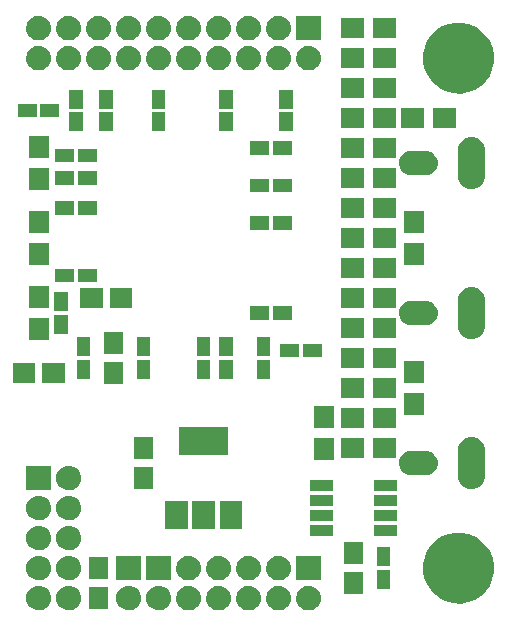
<source format=gbs>
G04 #@! TF.FileFunction,Soldermask,Bot*
%FSLAX46Y46*%
G04 Gerber Fmt 4.6, Leading zero omitted, Abs format (unit mm)*
G04 Created by KiCad (PCBNEW 4.0.4-stable) date 12/09/17 18:10:45*
%MOMM*%
%LPD*%
G01*
G04 APERTURE LIST*
%ADD10C,0.100000*%
G04 APERTURE END LIST*
D10*
G36*
X132291034Y-120886351D02*
X132291052Y-120886357D01*
X132291132Y-120886365D01*
X132486891Y-120946963D01*
X132667153Y-121044430D01*
X132825049Y-121175053D01*
X132954567Y-121333858D01*
X133050773Y-121514795D01*
X133110003Y-121710973D01*
X133130000Y-121914919D01*
X133130000Y-121925154D01*
X133129927Y-121935685D01*
X133129926Y-121935692D01*
X133129898Y-121939741D01*
X133107055Y-122143388D01*
X133045092Y-122338720D01*
X132946369Y-122518296D01*
X132814647Y-122675277D01*
X132654941Y-122803684D01*
X132473337Y-122898624D01*
X132276750Y-122956483D01*
X132276680Y-122956489D01*
X132276661Y-122956495D01*
X132072675Y-122975059D01*
X131868966Y-122953649D01*
X131868948Y-122953643D01*
X131868868Y-122953635D01*
X131673109Y-122893037D01*
X131492847Y-122795570D01*
X131334951Y-122664947D01*
X131205433Y-122506142D01*
X131109227Y-122325205D01*
X131049997Y-122129027D01*
X131030000Y-121925081D01*
X131030000Y-121914846D01*
X131030073Y-121904315D01*
X131030074Y-121904308D01*
X131030102Y-121900259D01*
X131052945Y-121696612D01*
X131114908Y-121501280D01*
X131213631Y-121321704D01*
X131345353Y-121164723D01*
X131505059Y-121036316D01*
X131686663Y-120941376D01*
X131883250Y-120883517D01*
X131883320Y-120883511D01*
X131883339Y-120883505D01*
X132087325Y-120864941D01*
X132291034Y-120886351D01*
X132291034Y-120886351D01*
G37*
G36*
X134831034Y-120886351D02*
X134831052Y-120886357D01*
X134831132Y-120886365D01*
X135026891Y-120946963D01*
X135207153Y-121044430D01*
X135365049Y-121175053D01*
X135494567Y-121333858D01*
X135590773Y-121514795D01*
X135650003Y-121710973D01*
X135670000Y-121914919D01*
X135670000Y-121925154D01*
X135669927Y-121935685D01*
X135669926Y-121935692D01*
X135669898Y-121939741D01*
X135647055Y-122143388D01*
X135585092Y-122338720D01*
X135486369Y-122518296D01*
X135354647Y-122675277D01*
X135194941Y-122803684D01*
X135013337Y-122898624D01*
X134816750Y-122956483D01*
X134816680Y-122956489D01*
X134816661Y-122956495D01*
X134612675Y-122975059D01*
X134408966Y-122953649D01*
X134408948Y-122953643D01*
X134408868Y-122953635D01*
X134213109Y-122893037D01*
X134032847Y-122795570D01*
X133874951Y-122664947D01*
X133745433Y-122506142D01*
X133649227Y-122325205D01*
X133589997Y-122129027D01*
X133570000Y-121925081D01*
X133570000Y-121914846D01*
X133570073Y-121904315D01*
X133570074Y-121904308D01*
X133570102Y-121900259D01*
X133592945Y-121696612D01*
X133654908Y-121501280D01*
X133753631Y-121321704D01*
X133885353Y-121164723D01*
X134045059Y-121036316D01*
X134226663Y-120941376D01*
X134423250Y-120883517D01*
X134423320Y-120883511D01*
X134423339Y-120883505D01*
X134627325Y-120864941D01*
X134831034Y-120886351D01*
X134831034Y-120886351D01*
G37*
G36*
X139911034Y-120886351D02*
X139911052Y-120886357D01*
X139911132Y-120886365D01*
X140106891Y-120946963D01*
X140287153Y-121044430D01*
X140445049Y-121175053D01*
X140574567Y-121333858D01*
X140670773Y-121514795D01*
X140730003Y-121710973D01*
X140750000Y-121914919D01*
X140750000Y-121925154D01*
X140749927Y-121935685D01*
X140749926Y-121935692D01*
X140749898Y-121939741D01*
X140727055Y-122143388D01*
X140665092Y-122338720D01*
X140566369Y-122518296D01*
X140434647Y-122675277D01*
X140274941Y-122803684D01*
X140093337Y-122898624D01*
X139896750Y-122956483D01*
X139896680Y-122956489D01*
X139896661Y-122956495D01*
X139692675Y-122975059D01*
X139488966Y-122953649D01*
X139488948Y-122953643D01*
X139488868Y-122953635D01*
X139293109Y-122893037D01*
X139112847Y-122795570D01*
X138954951Y-122664947D01*
X138825433Y-122506142D01*
X138729227Y-122325205D01*
X138669997Y-122129027D01*
X138650000Y-121925081D01*
X138650000Y-121914846D01*
X138650073Y-121904315D01*
X138650074Y-121904308D01*
X138650102Y-121900259D01*
X138672945Y-121696612D01*
X138734908Y-121501280D01*
X138833631Y-121321704D01*
X138965353Y-121164723D01*
X139125059Y-121036316D01*
X139306663Y-120941376D01*
X139503250Y-120883517D01*
X139503320Y-120883511D01*
X139503339Y-120883505D01*
X139707325Y-120864941D01*
X139911034Y-120886351D01*
X139911034Y-120886351D01*
G37*
G36*
X142451034Y-120886351D02*
X142451052Y-120886357D01*
X142451132Y-120886365D01*
X142646891Y-120946963D01*
X142827153Y-121044430D01*
X142985049Y-121175053D01*
X143114567Y-121333858D01*
X143210773Y-121514795D01*
X143270003Y-121710973D01*
X143290000Y-121914919D01*
X143290000Y-121925154D01*
X143289927Y-121935685D01*
X143289926Y-121935692D01*
X143289898Y-121939741D01*
X143267055Y-122143388D01*
X143205092Y-122338720D01*
X143106369Y-122518296D01*
X142974647Y-122675277D01*
X142814941Y-122803684D01*
X142633337Y-122898624D01*
X142436750Y-122956483D01*
X142436680Y-122956489D01*
X142436661Y-122956495D01*
X142232675Y-122975059D01*
X142028966Y-122953649D01*
X142028948Y-122953643D01*
X142028868Y-122953635D01*
X141833109Y-122893037D01*
X141652847Y-122795570D01*
X141494951Y-122664947D01*
X141365433Y-122506142D01*
X141269227Y-122325205D01*
X141209997Y-122129027D01*
X141190000Y-121925081D01*
X141190000Y-121914846D01*
X141190073Y-121904315D01*
X141190074Y-121904308D01*
X141190102Y-121900259D01*
X141212945Y-121696612D01*
X141274908Y-121501280D01*
X141373631Y-121321704D01*
X141505353Y-121164723D01*
X141665059Y-121036316D01*
X141846663Y-120941376D01*
X142043250Y-120883517D01*
X142043320Y-120883511D01*
X142043339Y-120883505D01*
X142247325Y-120864941D01*
X142451034Y-120886351D01*
X142451034Y-120886351D01*
G37*
G36*
X137371034Y-120886351D02*
X137371052Y-120886357D01*
X137371132Y-120886365D01*
X137566891Y-120946963D01*
X137747153Y-121044430D01*
X137905049Y-121175053D01*
X138034567Y-121333858D01*
X138130773Y-121514795D01*
X138190003Y-121710973D01*
X138210000Y-121914919D01*
X138210000Y-121925154D01*
X138209927Y-121935685D01*
X138209926Y-121935692D01*
X138209898Y-121939741D01*
X138187055Y-122143388D01*
X138125092Y-122338720D01*
X138026369Y-122518296D01*
X137894647Y-122675277D01*
X137734941Y-122803684D01*
X137553337Y-122898624D01*
X137356750Y-122956483D01*
X137356680Y-122956489D01*
X137356661Y-122956495D01*
X137152675Y-122975059D01*
X136948966Y-122953649D01*
X136948948Y-122953643D01*
X136948868Y-122953635D01*
X136753109Y-122893037D01*
X136572847Y-122795570D01*
X136414951Y-122664947D01*
X136285433Y-122506142D01*
X136189227Y-122325205D01*
X136129997Y-122129027D01*
X136110000Y-121925081D01*
X136110000Y-121914846D01*
X136110073Y-121904315D01*
X136110074Y-121904308D01*
X136110102Y-121900259D01*
X136132945Y-121696612D01*
X136194908Y-121501280D01*
X136293631Y-121321704D01*
X136425353Y-121164723D01*
X136585059Y-121036316D01*
X136766663Y-120941376D01*
X136963250Y-120883517D01*
X136963320Y-120883511D01*
X136963339Y-120883505D01*
X137167325Y-120864941D01*
X137371034Y-120886351D01*
X137371034Y-120886351D01*
G37*
G36*
X127015685Y-120870073D02*
X127015692Y-120870074D01*
X127019741Y-120870102D01*
X127223388Y-120892945D01*
X127418720Y-120954908D01*
X127598296Y-121053631D01*
X127755277Y-121185353D01*
X127883684Y-121345059D01*
X127978624Y-121526663D01*
X128036483Y-121723250D01*
X128036489Y-121723320D01*
X128036495Y-121723339D01*
X128055059Y-121927325D01*
X128033649Y-122131034D01*
X128033643Y-122131052D01*
X128033635Y-122131132D01*
X127973037Y-122326891D01*
X127875570Y-122507153D01*
X127744947Y-122665049D01*
X127586142Y-122794567D01*
X127405205Y-122890773D01*
X127209027Y-122950003D01*
X127005081Y-122970000D01*
X126994846Y-122970000D01*
X126984315Y-122969927D01*
X126984308Y-122969926D01*
X126980259Y-122969898D01*
X126776612Y-122947055D01*
X126581280Y-122885092D01*
X126401704Y-122786369D01*
X126244723Y-122654647D01*
X126116316Y-122494941D01*
X126021376Y-122313337D01*
X125963517Y-122116750D01*
X125963511Y-122116680D01*
X125963505Y-122116661D01*
X125944941Y-121912675D01*
X125966351Y-121708966D01*
X125966357Y-121708948D01*
X125966365Y-121708868D01*
X126026963Y-121513109D01*
X126124430Y-121332847D01*
X126255053Y-121174951D01*
X126413858Y-121045433D01*
X126594795Y-120949227D01*
X126790973Y-120889997D01*
X126994919Y-120870000D01*
X127005154Y-120870000D01*
X127015685Y-120870073D01*
X127015685Y-120870073D01*
G37*
G36*
X129555685Y-120870073D02*
X129555692Y-120870074D01*
X129559741Y-120870102D01*
X129763388Y-120892945D01*
X129958720Y-120954908D01*
X130138296Y-121053631D01*
X130295277Y-121185353D01*
X130423684Y-121345059D01*
X130518624Y-121526663D01*
X130576483Y-121723250D01*
X130576489Y-121723320D01*
X130576495Y-121723339D01*
X130595059Y-121927325D01*
X130573649Y-122131034D01*
X130573643Y-122131052D01*
X130573635Y-122131132D01*
X130513037Y-122326891D01*
X130415570Y-122507153D01*
X130284947Y-122665049D01*
X130126142Y-122794567D01*
X129945205Y-122890773D01*
X129749027Y-122950003D01*
X129545081Y-122970000D01*
X129534846Y-122970000D01*
X129524315Y-122969927D01*
X129524308Y-122969926D01*
X129520259Y-122969898D01*
X129316612Y-122947055D01*
X129121280Y-122885092D01*
X128941704Y-122786369D01*
X128784723Y-122654647D01*
X128656316Y-122494941D01*
X128561376Y-122313337D01*
X128503517Y-122116750D01*
X128503511Y-122116680D01*
X128503505Y-122116661D01*
X128484941Y-121912675D01*
X128506351Y-121708966D01*
X128506357Y-121708948D01*
X128506365Y-121708868D01*
X128566963Y-121513109D01*
X128664430Y-121332847D01*
X128795053Y-121174951D01*
X128953858Y-121045433D01*
X129134795Y-120949227D01*
X129330973Y-120889997D01*
X129534919Y-120870000D01*
X129545154Y-120870000D01*
X129555685Y-120870073D01*
X129555685Y-120870073D01*
G37*
G36*
X121935685Y-120870073D02*
X121935692Y-120870074D01*
X121939741Y-120870102D01*
X122143388Y-120892945D01*
X122338720Y-120954908D01*
X122518296Y-121053631D01*
X122675277Y-121185353D01*
X122803684Y-121345059D01*
X122898624Y-121526663D01*
X122956483Y-121723250D01*
X122956489Y-121723320D01*
X122956495Y-121723339D01*
X122975059Y-121927325D01*
X122953649Y-122131034D01*
X122953643Y-122131052D01*
X122953635Y-122131132D01*
X122893037Y-122326891D01*
X122795570Y-122507153D01*
X122664947Y-122665049D01*
X122506142Y-122794567D01*
X122325205Y-122890773D01*
X122129027Y-122950003D01*
X121925081Y-122970000D01*
X121914846Y-122970000D01*
X121904315Y-122969927D01*
X121904308Y-122969926D01*
X121900259Y-122969898D01*
X121696612Y-122947055D01*
X121501280Y-122885092D01*
X121321704Y-122786369D01*
X121164723Y-122654647D01*
X121036316Y-122494941D01*
X120941376Y-122313337D01*
X120883517Y-122116750D01*
X120883511Y-122116680D01*
X120883505Y-122116661D01*
X120864941Y-121912675D01*
X120886351Y-121708966D01*
X120886357Y-121708948D01*
X120886365Y-121708868D01*
X120946963Y-121513109D01*
X121044430Y-121332847D01*
X121175053Y-121174951D01*
X121333858Y-121045433D01*
X121514795Y-120949227D01*
X121710973Y-120889997D01*
X121914919Y-120870000D01*
X121925154Y-120870000D01*
X121935685Y-120870073D01*
X121935685Y-120870073D01*
G37*
G36*
X119395685Y-120870073D02*
X119395692Y-120870074D01*
X119399741Y-120870102D01*
X119603388Y-120892945D01*
X119798720Y-120954908D01*
X119978296Y-121053631D01*
X120135277Y-121185353D01*
X120263684Y-121345059D01*
X120358624Y-121526663D01*
X120416483Y-121723250D01*
X120416489Y-121723320D01*
X120416495Y-121723339D01*
X120435059Y-121927325D01*
X120413649Y-122131034D01*
X120413643Y-122131052D01*
X120413635Y-122131132D01*
X120353037Y-122326891D01*
X120255570Y-122507153D01*
X120124947Y-122665049D01*
X119966142Y-122794567D01*
X119785205Y-122890773D01*
X119589027Y-122950003D01*
X119385081Y-122970000D01*
X119374846Y-122970000D01*
X119364315Y-122969927D01*
X119364308Y-122969926D01*
X119360259Y-122969898D01*
X119156612Y-122947055D01*
X118961280Y-122885092D01*
X118781704Y-122786369D01*
X118624723Y-122654647D01*
X118496316Y-122494941D01*
X118401376Y-122313337D01*
X118343517Y-122116750D01*
X118343511Y-122116680D01*
X118343505Y-122116661D01*
X118324941Y-121912675D01*
X118346351Y-121708966D01*
X118346357Y-121708948D01*
X118346365Y-121708868D01*
X118406963Y-121513109D01*
X118504430Y-121332847D01*
X118635053Y-121174951D01*
X118793858Y-121045433D01*
X118974795Y-120949227D01*
X119170973Y-120889997D01*
X119374919Y-120870000D01*
X119385154Y-120870000D01*
X119395685Y-120870073D01*
X119395685Y-120870073D01*
G37*
G36*
X125285000Y-122850000D02*
X123635000Y-122850000D01*
X123635000Y-120950000D01*
X125285000Y-120950000D01*
X125285000Y-122850000D01*
X125285000Y-122850000D01*
G37*
G36*
X155255103Y-116381994D02*
X155831421Y-116500295D01*
X156373778Y-116728281D01*
X156861530Y-117057273D01*
X157276086Y-117474734D01*
X157601662Y-117964766D01*
X157825859Y-118508708D01*
X157939996Y-119085145D01*
X157939996Y-119085162D01*
X157940129Y-119085835D01*
X157930746Y-119757819D01*
X157930594Y-119758487D01*
X157930594Y-119758506D01*
X157800407Y-120331528D01*
X157561108Y-120869003D01*
X157221979Y-121349748D01*
X156795925Y-121755473D01*
X156299176Y-122070720D01*
X155750668Y-122283472D01*
X155171270Y-122385636D01*
X154583069Y-122373315D01*
X154008461Y-122246979D01*
X153469337Y-122011442D01*
X152986231Y-121675674D01*
X152577541Y-121252463D01*
X152258836Y-120757930D01*
X152042257Y-120210913D01*
X151936052Y-119632247D01*
X151944266Y-119043977D01*
X152066587Y-118468501D01*
X152298357Y-117927741D01*
X152630745Y-117442303D01*
X153051090Y-117030669D01*
X153543383Y-116708522D01*
X154088873Y-116488129D01*
X154666786Y-116377886D01*
X155255103Y-116381994D01*
X155255103Y-116381994D01*
G37*
G36*
X146875000Y-121580000D02*
X145225000Y-121580000D01*
X145225000Y-119680000D01*
X146875000Y-119680000D01*
X146875000Y-121580000D01*
X146875000Y-121580000D01*
G37*
G36*
X149165000Y-121130000D02*
X148015000Y-121130000D01*
X148015000Y-119530000D01*
X149165000Y-119530000D01*
X149165000Y-121130000D01*
X149165000Y-121130000D01*
G37*
G36*
X132291034Y-118346351D02*
X132291052Y-118346357D01*
X132291132Y-118346365D01*
X132486891Y-118406963D01*
X132667153Y-118504430D01*
X132825049Y-118635053D01*
X132954567Y-118793858D01*
X133050773Y-118974795D01*
X133110003Y-119170973D01*
X133130000Y-119374919D01*
X133130000Y-119385154D01*
X133129927Y-119395685D01*
X133129926Y-119395692D01*
X133129898Y-119399741D01*
X133107055Y-119603388D01*
X133045092Y-119798720D01*
X132946369Y-119978296D01*
X132814647Y-120135277D01*
X132654941Y-120263684D01*
X132473337Y-120358624D01*
X132276750Y-120416483D01*
X132276680Y-120416489D01*
X132276661Y-120416495D01*
X132072675Y-120435059D01*
X131868966Y-120413649D01*
X131868948Y-120413643D01*
X131868868Y-120413635D01*
X131673109Y-120353037D01*
X131492847Y-120255570D01*
X131334951Y-120124947D01*
X131205433Y-119966142D01*
X131109227Y-119785205D01*
X131049997Y-119589027D01*
X131030000Y-119385081D01*
X131030000Y-119374846D01*
X131030073Y-119364315D01*
X131030074Y-119364308D01*
X131030102Y-119360259D01*
X131052945Y-119156612D01*
X131114908Y-118961280D01*
X131213631Y-118781704D01*
X131345353Y-118624723D01*
X131505059Y-118496316D01*
X131686663Y-118401376D01*
X131883250Y-118343517D01*
X131883320Y-118343511D01*
X131883339Y-118343505D01*
X132087325Y-118324941D01*
X132291034Y-118346351D01*
X132291034Y-118346351D01*
G37*
G36*
X137371034Y-118346351D02*
X137371052Y-118346357D01*
X137371132Y-118346365D01*
X137566891Y-118406963D01*
X137747153Y-118504430D01*
X137905049Y-118635053D01*
X138034567Y-118793858D01*
X138130773Y-118974795D01*
X138190003Y-119170973D01*
X138210000Y-119374919D01*
X138210000Y-119385154D01*
X138209927Y-119395685D01*
X138209926Y-119395692D01*
X138209898Y-119399741D01*
X138187055Y-119603388D01*
X138125092Y-119798720D01*
X138026369Y-119978296D01*
X137894647Y-120135277D01*
X137734941Y-120263684D01*
X137553337Y-120358624D01*
X137356750Y-120416483D01*
X137356680Y-120416489D01*
X137356661Y-120416495D01*
X137152675Y-120435059D01*
X136948966Y-120413649D01*
X136948948Y-120413643D01*
X136948868Y-120413635D01*
X136753109Y-120353037D01*
X136572847Y-120255570D01*
X136414951Y-120124947D01*
X136285433Y-119966142D01*
X136189227Y-119785205D01*
X136129997Y-119589027D01*
X136110000Y-119385081D01*
X136110000Y-119374846D01*
X136110073Y-119364315D01*
X136110074Y-119364308D01*
X136110102Y-119360259D01*
X136132945Y-119156612D01*
X136194908Y-118961280D01*
X136293631Y-118781704D01*
X136425353Y-118624723D01*
X136585059Y-118496316D01*
X136766663Y-118401376D01*
X136963250Y-118343517D01*
X136963320Y-118343511D01*
X136963339Y-118343505D01*
X137167325Y-118324941D01*
X137371034Y-118346351D01*
X137371034Y-118346351D01*
G37*
G36*
X139911034Y-118346351D02*
X139911052Y-118346357D01*
X139911132Y-118346365D01*
X140106891Y-118406963D01*
X140287153Y-118504430D01*
X140445049Y-118635053D01*
X140574567Y-118793858D01*
X140670773Y-118974795D01*
X140730003Y-119170973D01*
X140750000Y-119374919D01*
X140750000Y-119385154D01*
X140749927Y-119395685D01*
X140749926Y-119395692D01*
X140749898Y-119399741D01*
X140727055Y-119603388D01*
X140665092Y-119798720D01*
X140566369Y-119978296D01*
X140434647Y-120135277D01*
X140274941Y-120263684D01*
X140093337Y-120358624D01*
X139896750Y-120416483D01*
X139896680Y-120416489D01*
X139896661Y-120416495D01*
X139692675Y-120435059D01*
X139488966Y-120413649D01*
X139488948Y-120413643D01*
X139488868Y-120413635D01*
X139293109Y-120353037D01*
X139112847Y-120255570D01*
X138954951Y-120124947D01*
X138825433Y-119966142D01*
X138729227Y-119785205D01*
X138669997Y-119589027D01*
X138650000Y-119385081D01*
X138650000Y-119374846D01*
X138650073Y-119364315D01*
X138650074Y-119364308D01*
X138650102Y-119360259D01*
X138672945Y-119156612D01*
X138734908Y-118961280D01*
X138833631Y-118781704D01*
X138965353Y-118624723D01*
X139125059Y-118496316D01*
X139306663Y-118401376D01*
X139503250Y-118343517D01*
X139503320Y-118343511D01*
X139503339Y-118343505D01*
X139707325Y-118324941D01*
X139911034Y-118346351D01*
X139911034Y-118346351D01*
G37*
G36*
X134831034Y-118346351D02*
X134831052Y-118346357D01*
X134831132Y-118346365D01*
X135026891Y-118406963D01*
X135207153Y-118504430D01*
X135365049Y-118635053D01*
X135494567Y-118793858D01*
X135590773Y-118974795D01*
X135650003Y-119170973D01*
X135670000Y-119374919D01*
X135670000Y-119385154D01*
X135669927Y-119395685D01*
X135669926Y-119395692D01*
X135669898Y-119399741D01*
X135647055Y-119603388D01*
X135585092Y-119798720D01*
X135486369Y-119978296D01*
X135354647Y-120135277D01*
X135194941Y-120263684D01*
X135013337Y-120358624D01*
X134816750Y-120416483D01*
X134816680Y-120416489D01*
X134816661Y-120416495D01*
X134612675Y-120435059D01*
X134408966Y-120413649D01*
X134408948Y-120413643D01*
X134408868Y-120413635D01*
X134213109Y-120353037D01*
X134032847Y-120255570D01*
X133874951Y-120124947D01*
X133745433Y-119966142D01*
X133649227Y-119785205D01*
X133589997Y-119589027D01*
X133570000Y-119385081D01*
X133570000Y-119374846D01*
X133570073Y-119364315D01*
X133570074Y-119364308D01*
X133570102Y-119360259D01*
X133592945Y-119156612D01*
X133654908Y-118961280D01*
X133753631Y-118781704D01*
X133885353Y-118624723D01*
X134045059Y-118496316D01*
X134226663Y-118401376D01*
X134423250Y-118343517D01*
X134423320Y-118343511D01*
X134423339Y-118343505D01*
X134627325Y-118324941D01*
X134831034Y-118346351D01*
X134831034Y-118346351D01*
G37*
G36*
X121935685Y-118330073D02*
X121935692Y-118330074D01*
X121939741Y-118330102D01*
X122143388Y-118352945D01*
X122338720Y-118414908D01*
X122518296Y-118513631D01*
X122675277Y-118645353D01*
X122803684Y-118805059D01*
X122898624Y-118986663D01*
X122956483Y-119183250D01*
X122956489Y-119183320D01*
X122956495Y-119183339D01*
X122975059Y-119387325D01*
X122953649Y-119591034D01*
X122953643Y-119591052D01*
X122953635Y-119591132D01*
X122893037Y-119786891D01*
X122795570Y-119967153D01*
X122664947Y-120125049D01*
X122506142Y-120254567D01*
X122325205Y-120350773D01*
X122129027Y-120410003D01*
X121925081Y-120430000D01*
X121914846Y-120430000D01*
X121904315Y-120429927D01*
X121904308Y-120429926D01*
X121900259Y-120429898D01*
X121696612Y-120407055D01*
X121501280Y-120345092D01*
X121321704Y-120246369D01*
X121164723Y-120114647D01*
X121036316Y-119954941D01*
X120941376Y-119773337D01*
X120883517Y-119576750D01*
X120883511Y-119576680D01*
X120883505Y-119576661D01*
X120864941Y-119372675D01*
X120886351Y-119168966D01*
X120886357Y-119168948D01*
X120886365Y-119168868D01*
X120946963Y-118973109D01*
X121044430Y-118792847D01*
X121175053Y-118634951D01*
X121333858Y-118505433D01*
X121514795Y-118409227D01*
X121710973Y-118349997D01*
X121914919Y-118330000D01*
X121925154Y-118330000D01*
X121935685Y-118330073D01*
X121935685Y-118330073D01*
G37*
G36*
X130590000Y-120430000D02*
X128490000Y-120430000D01*
X128490000Y-118330000D01*
X130590000Y-118330000D01*
X130590000Y-120430000D01*
X130590000Y-120430000D01*
G37*
G36*
X128050000Y-120430000D02*
X125950000Y-120430000D01*
X125950000Y-118330000D01*
X128050000Y-118330000D01*
X128050000Y-120430000D01*
X128050000Y-120430000D01*
G37*
G36*
X119395685Y-118330073D02*
X119395692Y-118330074D01*
X119399741Y-118330102D01*
X119603388Y-118352945D01*
X119798720Y-118414908D01*
X119978296Y-118513631D01*
X120135277Y-118645353D01*
X120263684Y-118805059D01*
X120358624Y-118986663D01*
X120416483Y-119183250D01*
X120416489Y-119183320D01*
X120416495Y-119183339D01*
X120435059Y-119387325D01*
X120413649Y-119591034D01*
X120413643Y-119591052D01*
X120413635Y-119591132D01*
X120353037Y-119786891D01*
X120255570Y-119967153D01*
X120124947Y-120125049D01*
X119966142Y-120254567D01*
X119785205Y-120350773D01*
X119589027Y-120410003D01*
X119385081Y-120430000D01*
X119374846Y-120430000D01*
X119364315Y-120429927D01*
X119364308Y-120429926D01*
X119360259Y-120429898D01*
X119156612Y-120407055D01*
X118961280Y-120345092D01*
X118781704Y-120246369D01*
X118624723Y-120114647D01*
X118496316Y-119954941D01*
X118401376Y-119773337D01*
X118343517Y-119576750D01*
X118343511Y-119576680D01*
X118343505Y-119576661D01*
X118324941Y-119372675D01*
X118346351Y-119168966D01*
X118346357Y-119168948D01*
X118346365Y-119168868D01*
X118406963Y-118973109D01*
X118504430Y-118792847D01*
X118635053Y-118634951D01*
X118793858Y-118505433D01*
X118974795Y-118409227D01*
X119170973Y-118349997D01*
X119374919Y-118330000D01*
X119385154Y-118330000D01*
X119395685Y-118330073D01*
X119395685Y-118330073D01*
G37*
G36*
X143290000Y-120430000D02*
X141190000Y-120430000D01*
X141190000Y-118330000D01*
X143290000Y-118330000D01*
X143290000Y-120430000D01*
X143290000Y-120430000D01*
G37*
G36*
X125285000Y-120350000D02*
X123635000Y-120350000D01*
X123635000Y-118450000D01*
X125285000Y-118450000D01*
X125285000Y-120350000D01*
X125285000Y-120350000D01*
G37*
G36*
X149165000Y-119230000D02*
X148015000Y-119230000D01*
X148015000Y-117630000D01*
X149165000Y-117630000D01*
X149165000Y-119230000D01*
X149165000Y-119230000D01*
G37*
G36*
X146875000Y-119080000D02*
X145225000Y-119080000D01*
X145225000Y-117180000D01*
X146875000Y-117180000D01*
X146875000Y-119080000D01*
X146875000Y-119080000D01*
G37*
G36*
X119395685Y-115790073D02*
X119395692Y-115790074D01*
X119399741Y-115790102D01*
X119603388Y-115812945D01*
X119798720Y-115874908D01*
X119978296Y-115973631D01*
X120135277Y-116105353D01*
X120263684Y-116265059D01*
X120358624Y-116446663D01*
X120416483Y-116643250D01*
X120416489Y-116643320D01*
X120416495Y-116643339D01*
X120435059Y-116847325D01*
X120413649Y-117051034D01*
X120413643Y-117051052D01*
X120413635Y-117051132D01*
X120353037Y-117246891D01*
X120255570Y-117427153D01*
X120124947Y-117585049D01*
X119966142Y-117714567D01*
X119785205Y-117810773D01*
X119589027Y-117870003D01*
X119385081Y-117890000D01*
X119374846Y-117890000D01*
X119364315Y-117889927D01*
X119364308Y-117889926D01*
X119360259Y-117889898D01*
X119156612Y-117867055D01*
X118961280Y-117805092D01*
X118781704Y-117706369D01*
X118624723Y-117574647D01*
X118496316Y-117414941D01*
X118401376Y-117233337D01*
X118343517Y-117036750D01*
X118343511Y-117036680D01*
X118343505Y-117036661D01*
X118324941Y-116832675D01*
X118346351Y-116628966D01*
X118346357Y-116628948D01*
X118346365Y-116628868D01*
X118406963Y-116433109D01*
X118504430Y-116252847D01*
X118635053Y-116094951D01*
X118793858Y-115965433D01*
X118974795Y-115869227D01*
X119170973Y-115809997D01*
X119374919Y-115790000D01*
X119385154Y-115790000D01*
X119395685Y-115790073D01*
X119395685Y-115790073D01*
G37*
G36*
X121935685Y-115790073D02*
X121935692Y-115790074D01*
X121939741Y-115790102D01*
X122143388Y-115812945D01*
X122338720Y-115874908D01*
X122518296Y-115973631D01*
X122675277Y-116105353D01*
X122803684Y-116265059D01*
X122898624Y-116446663D01*
X122956483Y-116643250D01*
X122956489Y-116643320D01*
X122956495Y-116643339D01*
X122975059Y-116847325D01*
X122953649Y-117051034D01*
X122953643Y-117051052D01*
X122953635Y-117051132D01*
X122893037Y-117246891D01*
X122795570Y-117427153D01*
X122664947Y-117585049D01*
X122506142Y-117714567D01*
X122325205Y-117810773D01*
X122129027Y-117870003D01*
X121925081Y-117890000D01*
X121914846Y-117890000D01*
X121904315Y-117889927D01*
X121904308Y-117889926D01*
X121900259Y-117889898D01*
X121696612Y-117867055D01*
X121501280Y-117805092D01*
X121321704Y-117706369D01*
X121164723Y-117574647D01*
X121036316Y-117414941D01*
X120941376Y-117233337D01*
X120883517Y-117036750D01*
X120883511Y-117036680D01*
X120883505Y-117036661D01*
X120864941Y-116832675D01*
X120886351Y-116628966D01*
X120886357Y-116628948D01*
X120886365Y-116628868D01*
X120946963Y-116433109D01*
X121044430Y-116252847D01*
X121175053Y-116094951D01*
X121333858Y-115965433D01*
X121514795Y-115869227D01*
X121710973Y-115809997D01*
X121914919Y-115790000D01*
X121925154Y-115790000D01*
X121935685Y-115790073D01*
X121935685Y-115790073D01*
G37*
G36*
X144325000Y-116705000D02*
X142375000Y-116705000D01*
X142375000Y-115705000D01*
X144325000Y-115705000D01*
X144325000Y-116705000D01*
X144325000Y-116705000D01*
G37*
G36*
X149725000Y-116705000D02*
X147775000Y-116705000D01*
X147775000Y-115705000D01*
X149725000Y-115705000D01*
X149725000Y-116705000D01*
X149725000Y-116705000D01*
G37*
G36*
X132000000Y-116110000D02*
X130100000Y-116110000D01*
X130100000Y-113710000D01*
X132000000Y-113710000D01*
X132000000Y-116110000D01*
X132000000Y-116110000D01*
G37*
G36*
X136600000Y-116110000D02*
X134700000Y-116110000D01*
X134700000Y-113710000D01*
X136600000Y-113710000D01*
X136600000Y-116110000D01*
X136600000Y-116110000D01*
G37*
G36*
X134300000Y-116110000D02*
X132400000Y-116110000D01*
X132400000Y-113710000D01*
X134300000Y-113710000D01*
X134300000Y-116110000D01*
X134300000Y-116110000D01*
G37*
G36*
X144325000Y-115435000D02*
X142375000Y-115435000D01*
X142375000Y-114435000D01*
X144325000Y-114435000D01*
X144325000Y-115435000D01*
X144325000Y-115435000D01*
G37*
G36*
X149725000Y-115435000D02*
X147775000Y-115435000D01*
X147775000Y-114435000D01*
X149725000Y-114435000D01*
X149725000Y-115435000D01*
X149725000Y-115435000D01*
G37*
G36*
X119395685Y-113250073D02*
X119395692Y-113250074D01*
X119399741Y-113250102D01*
X119603388Y-113272945D01*
X119798720Y-113334908D01*
X119978296Y-113433631D01*
X120135277Y-113565353D01*
X120263684Y-113725059D01*
X120358624Y-113906663D01*
X120416483Y-114103250D01*
X120416489Y-114103320D01*
X120416495Y-114103339D01*
X120435059Y-114307325D01*
X120413649Y-114511034D01*
X120413643Y-114511052D01*
X120413635Y-114511132D01*
X120353037Y-114706891D01*
X120255570Y-114887153D01*
X120124947Y-115045049D01*
X119966142Y-115174567D01*
X119785205Y-115270773D01*
X119589027Y-115330003D01*
X119385081Y-115350000D01*
X119374846Y-115350000D01*
X119364315Y-115349927D01*
X119364308Y-115349926D01*
X119360259Y-115349898D01*
X119156612Y-115327055D01*
X118961280Y-115265092D01*
X118781704Y-115166369D01*
X118624723Y-115034647D01*
X118496316Y-114874941D01*
X118401376Y-114693337D01*
X118343517Y-114496750D01*
X118343511Y-114496680D01*
X118343505Y-114496661D01*
X118324941Y-114292675D01*
X118346351Y-114088966D01*
X118346357Y-114088948D01*
X118346365Y-114088868D01*
X118406963Y-113893109D01*
X118504430Y-113712847D01*
X118635053Y-113554951D01*
X118793858Y-113425433D01*
X118974795Y-113329227D01*
X119170973Y-113269997D01*
X119374919Y-113250000D01*
X119385154Y-113250000D01*
X119395685Y-113250073D01*
X119395685Y-113250073D01*
G37*
G36*
X121935685Y-113250073D02*
X121935692Y-113250074D01*
X121939741Y-113250102D01*
X122143388Y-113272945D01*
X122338720Y-113334908D01*
X122518296Y-113433631D01*
X122675277Y-113565353D01*
X122803684Y-113725059D01*
X122898624Y-113906663D01*
X122956483Y-114103250D01*
X122956489Y-114103320D01*
X122956495Y-114103339D01*
X122975059Y-114307325D01*
X122953649Y-114511034D01*
X122953643Y-114511052D01*
X122953635Y-114511132D01*
X122893037Y-114706891D01*
X122795570Y-114887153D01*
X122664947Y-115045049D01*
X122506142Y-115174567D01*
X122325205Y-115270773D01*
X122129027Y-115330003D01*
X121925081Y-115350000D01*
X121914846Y-115350000D01*
X121904315Y-115349927D01*
X121904308Y-115349926D01*
X121900259Y-115349898D01*
X121696612Y-115327055D01*
X121501280Y-115265092D01*
X121321704Y-115166369D01*
X121164723Y-115034647D01*
X121036316Y-114874941D01*
X120941376Y-114693337D01*
X120883517Y-114496750D01*
X120883511Y-114496680D01*
X120883505Y-114496661D01*
X120864941Y-114292675D01*
X120886351Y-114088966D01*
X120886357Y-114088948D01*
X120886365Y-114088868D01*
X120946963Y-113893109D01*
X121044430Y-113712847D01*
X121175053Y-113554951D01*
X121333858Y-113425433D01*
X121514795Y-113329227D01*
X121710973Y-113269997D01*
X121914919Y-113250000D01*
X121925154Y-113250000D01*
X121935685Y-113250073D01*
X121935685Y-113250073D01*
G37*
G36*
X144325000Y-114165000D02*
X142375000Y-114165000D01*
X142375000Y-113165000D01*
X144325000Y-113165000D01*
X144325000Y-114165000D01*
X144325000Y-114165000D01*
G37*
G36*
X149725000Y-114165000D02*
X147775000Y-114165000D01*
X147775000Y-113165000D01*
X149725000Y-113165000D01*
X149725000Y-114165000D01*
X149725000Y-114165000D01*
G37*
G36*
X144325000Y-112895000D02*
X142375000Y-112895000D01*
X142375000Y-111895000D01*
X144325000Y-111895000D01*
X144325000Y-112895000D01*
X144325000Y-112895000D01*
G37*
G36*
X149725000Y-112895000D02*
X147775000Y-112895000D01*
X147775000Y-111895000D01*
X149725000Y-111895000D01*
X149725000Y-112895000D01*
X149725000Y-112895000D01*
G37*
G36*
X121935685Y-110710073D02*
X121935692Y-110710074D01*
X121939741Y-110710102D01*
X122143388Y-110732945D01*
X122338720Y-110794908D01*
X122518296Y-110893631D01*
X122675277Y-111025353D01*
X122803684Y-111185059D01*
X122898624Y-111366663D01*
X122956483Y-111563250D01*
X122956489Y-111563320D01*
X122956495Y-111563339D01*
X122975059Y-111767325D01*
X122953649Y-111971034D01*
X122953643Y-111971052D01*
X122953635Y-111971132D01*
X122893037Y-112166891D01*
X122795570Y-112347153D01*
X122664947Y-112505049D01*
X122506142Y-112634567D01*
X122325205Y-112730773D01*
X122129027Y-112790003D01*
X121925081Y-112810000D01*
X121914846Y-112810000D01*
X121904315Y-112809927D01*
X121904308Y-112809926D01*
X121900259Y-112809898D01*
X121696612Y-112787055D01*
X121501280Y-112725092D01*
X121321704Y-112626369D01*
X121164723Y-112494647D01*
X121036316Y-112334941D01*
X120941376Y-112153337D01*
X120883517Y-111956750D01*
X120883511Y-111956680D01*
X120883505Y-111956661D01*
X120864941Y-111752675D01*
X120886351Y-111548966D01*
X120886357Y-111548948D01*
X120886365Y-111548868D01*
X120946963Y-111353109D01*
X121044430Y-111172847D01*
X121175053Y-111014951D01*
X121333858Y-110885433D01*
X121514795Y-110789227D01*
X121710973Y-110729997D01*
X121914919Y-110710000D01*
X121925154Y-110710000D01*
X121935685Y-110710073D01*
X121935685Y-110710073D01*
G37*
G36*
X120430000Y-112810000D02*
X118330000Y-112810000D01*
X118330000Y-110710000D01*
X120430000Y-110710000D01*
X120430000Y-112810000D01*
X120430000Y-112810000D01*
G37*
G36*
X156251141Y-108302829D02*
X156251159Y-108302834D01*
X156251240Y-108302843D01*
X156465643Y-108369212D01*
X156663072Y-108475962D01*
X156836006Y-108619026D01*
X156977859Y-108792955D01*
X157083228Y-108991124D01*
X157148098Y-109205985D01*
X157170000Y-109429355D01*
X157170000Y-111550716D01*
X157169917Y-111562645D01*
X157169916Y-111562652D01*
X157169888Y-111566702D01*
X157144870Y-111789743D01*
X157077006Y-112003678D01*
X156968881Y-112200357D01*
X156824613Y-112372289D01*
X156649698Y-112512924D01*
X156450798Y-112616906D01*
X156235489Y-112680275D01*
X156235428Y-112680281D01*
X156235399Y-112680289D01*
X156011976Y-112700622D01*
X155788859Y-112677171D01*
X155788841Y-112677166D01*
X155788760Y-112677157D01*
X155574357Y-112610788D01*
X155376928Y-112504038D01*
X155203994Y-112360974D01*
X155062141Y-112187045D01*
X154956772Y-111988876D01*
X154891902Y-111774015D01*
X154870000Y-111550645D01*
X154870000Y-109429284D01*
X154870083Y-109417355D01*
X154870084Y-109417348D01*
X154870112Y-109413298D01*
X154895130Y-109190257D01*
X154962994Y-108976322D01*
X155071119Y-108779643D01*
X155215387Y-108607711D01*
X155390302Y-108467076D01*
X155589202Y-108363094D01*
X155804511Y-108299725D01*
X155804572Y-108299719D01*
X155804601Y-108299711D01*
X156028024Y-108279378D01*
X156251141Y-108302829D01*
X156251141Y-108302829D01*
G37*
G36*
X129095000Y-112690000D02*
X127445000Y-112690000D01*
X127445000Y-110790000D01*
X129095000Y-110790000D01*
X129095000Y-112690000D01*
X129095000Y-112690000D01*
G37*
G36*
X152187890Y-109490068D02*
X152187898Y-109490069D01*
X152191946Y-109490097D01*
X152385896Y-109511852D01*
X152571926Y-109570865D01*
X152742951Y-109664887D01*
X152892457Y-109790337D01*
X153014748Y-109942437D01*
X153105168Y-110115393D01*
X153160271Y-110302619D01*
X153160277Y-110302680D01*
X153160285Y-110302709D01*
X153177964Y-110496976D01*
X153157574Y-110690980D01*
X153157567Y-110691003D01*
X153157559Y-110691078D01*
X153099847Y-110877516D01*
X153007022Y-111049193D01*
X152882618Y-111199571D01*
X152731376Y-111322921D01*
X152559054Y-111414546D01*
X152372218Y-111470955D01*
X152177984Y-111490000D01*
X150861942Y-111490000D01*
X150852110Y-111489932D01*
X150852102Y-111489931D01*
X150848054Y-111489903D01*
X150654104Y-111468148D01*
X150468074Y-111409135D01*
X150297049Y-111315113D01*
X150147543Y-111189663D01*
X150025252Y-111037563D01*
X149934832Y-110864607D01*
X149879729Y-110677381D01*
X149879723Y-110677320D01*
X149879715Y-110677291D01*
X149862036Y-110483024D01*
X149882426Y-110289020D01*
X149882433Y-110288997D01*
X149882441Y-110288922D01*
X149940153Y-110102484D01*
X150032978Y-109930807D01*
X150157382Y-109780429D01*
X150308624Y-109657079D01*
X150480946Y-109565454D01*
X150667782Y-109509045D01*
X150862016Y-109490000D01*
X152178058Y-109490000D01*
X152187890Y-109490068D01*
X152187890Y-109490068D01*
G37*
G36*
X144360000Y-110250000D02*
X142660000Y-110250000D01*
X142660000Y-108350000D01*
X144360000Y-108350000D01*
X144360000Y-110250000D01*
X144360000Y-110250000D01*
G37*
G36*
X129095000Y-110190000D02*
X127445000Y-110190000D01*
X127445000Y-108290000D01*
X129095000Y-108290000D01*
X129095000Y-110190000D01*
X129095000Y-110190000D01*
G37*
G36*
X149620000Y-110070000D02*
X147720000Y-110070000D01*
X147720000Y-108370000D01*
X149620000Y-108370000D01*
X149620000Y-110070000D01*
X149620000Y-110070000D01*
G37*
G36*
X146920000Y-110070000D02*
X145020000Y-110070000D01*
X145020000Y-108370000D01*
X146920000Y-108370000D01*
X146920000Y-110070000D01*
X146920000Y-110070000D01*
G37*
G36*
X135450000Y-109810000D02*
X131250000Y-109810000D01*
X131250000Y-107410000D01*
X135450000Y-107410000D01*
X135450000Y-109810000D01*
X135450000Y-109810000D01*
G37*
G36*
X144360000Y-107550000D02*
X142660000Y-107550000D01*
X142660000Y-105650000D01*
X144360000Y-105650000D01*
X144360000Y-107550000D01*
X144360000Y-107550000D01*
G37*
G36*
X149620000Y-107530000D02*
X147720000Y-107530000D01*
X147720000Y-105830000D01*
X149620000Y-105830000D01*
X149620000Y-107530000D01*
X149620000Y-107530000D01*
G37*
G36*
X146920000Y-107530000D02*
X145020000Y-107530000D01*
X145020000Y-105830000D01*
X146920000Y-105830000D01*
X146920000Y-107530000D01*
X146920000Y-107530000D01*
G37*
G36*
X151980000Y-106440000D02*
X150280000Y-106440000D01*
X150280000Y-104540000D01*
X151980000Y-104540000D01*
X151980000Y-106440000D01*
X151980000Y-106440000D01*
G37*
G36*
X149620000Y-104990000D02*
X147720000Y-104990000D01*
X147720000Y-103290000D01*
X149620000Y-103290000D01*
X149620000Y-104990000D01*
X149620000Y-104990000D01*
G37*
G36*
X146920000Y-104990000D02*
X145020000Y-104990000D01*
X145020000Y-103290000D01*
X146920000Y-103290000D01*
X146920000Y-104990000D01*
X146920000Y-104990000D01*
G37*
G36*
X126555000Y-103800000D02*
X124905000Y-103800000D01*
X124905000Y-101900000D01*
X126555000Y-101900000D01*
X126555000Y-103800000D01*
X126555000Y-103800000D01*
G37*
G36*
X151980000Y-103740000D02*
X150280000Y-103740000D01*
X150280000Y-101840000D01*
X151980000Y-101840000D01*
X151980000Y-103740000D01*
X151980000Y-103740000D01*
G37*
G36*
X121580000Y-103695000D02*
X119680000Y-103695000D01*
X119680000Y-102045000D01*
X121580000Y-102045000D01*
X121580000Y-103695000D01*
X121580000Y-103695000D01*
G37*
G36*
X119080000Y-103695000D02*
X117180000Y-103695000D01*
X117180000Y-102045000D01*
X119080000Y-102045000D01*
X119080000Y-103695000D01*
X119080000Y-103695000D01*
G37*
G36*
X133925000Y-103350000D02*
X132775000Y-103350000D01*
X132775000Y-101750000D01*
X133925000Y-101750000D01*
X133925000Y-103350000D01*
X133925000Y-103350000D01*
G37*
G36*
X128845000Y-103350000D02*
X127695000Y-103350000D01*
X127695000Y-101750000D01*
X128845000Y-101750000D01*
X128845000Y-103350000D01*
X128845000Y-103350000D01*
G37*
G36*
X139005000Y-103350000D02*
X137855000Y-103350000D01*
X137855000Y-101750000D01*
X139005000Y-101750000D01*
X139005000Y-103350000D01*
X139005000Y-103350000D01*
G37*
G36*
X135830000Y-103350000D02*
X134680000Y-103350000D01*
X134680000Y-101750000D01*
X135830000Y-101750000D01*
X135830000Y-103350000D01*
X135830000Y-103350000D01*
G37*
G36*
X123765000Y-103350000D02*
X122615000Y-103350000D01*
X122615000Y-101750000D01*
X123765000Y-101750000D01*
X123765000Y-103350000D01*
X123765000Y-103350000D01*
G37*
G36*
X149620000Y-102450000D02*
X147720000Y-102450000D01*
X147720000Y-100750000D01*
X149620000Y-100750000D01*
X149620000Y-102450000D01*
X149620000Y-102450000D01*
G37*
G36*
X146920000Y-102450000D02*
X145020000Y-102450000D01*
X145020000Y-100750000D01*
X146920000Y-100750000D01*
X146920000Y-102450000D01*
X146920000Y-102450000D01*
G37*
G36*
X141455000Y-101540000D02*
X139855000Y-101540000D01*
X139855000Y-100390000D01*
X141455000Y-100390000D01*
X141455000Y-101540000D01*
X141455000Y-101540000D01*
G37*
G36*
X143355000Y-101540000D02*
X141755000Y-101540000D01*
X141755000Y-100390000D01*
X143355000Y-100390000D01*
X143355000Y-101540000D01*
X143355000Y-101540000D01*
G37*
G36*
X139005000Y-101450000D02*
X137855000Y-101450000D01*
X137855000Y-99850000D01*
X139005000Y-99850000D01*
X139005000Y-101450000D01*
X139005000Y-101450000D01*
G37*
G36*
X123765000Y-101450000D02*
X122615000Y-101450000D01*
X122615000Y-99850000D01*
X123765000Y-99850000D01*
X123765000Y-101450000D01*
X123765000Y-101450000D01*
G37*
G36*
X135830000Y-101450000D02*
X134680000Y-101450000D01*
X134680000Y-99850000D01*
X135830000Y-99850000D01*
X135830000Y-101450000D01*
X135830000Y-101450000D01*
G37*
G36*
X128845000Y-101450000D02*
X127695000Y-101450000D01*
X127695000Y-99850000D01*
X128845000Y-99850000D01*
X128845000Y-101450000D01*
X128845000Y-101450000D01*
G37*
G36*
X133925000Y-101450000D02*
X132775000Y-101450000D01*
X132775000Y-99850000D01*
X133925000Y-99850000D01*
X133925000Y-101450000D01*
X133925000Y-101450000D01*
G37*
G36*
X126555000Y-101300000D02*
X124905000Y-101300000D01*
X124905000Y-99400000D01*
X126555000Y-99400000D01*
X126555000Y-101300000D01*
X126555000Y-101300000D01*
G37*
G36*
X120230000Y-100090000D02*
X118530000Y-100090000D01*
X118530000Y-98190000D01*
X120230000Y-98190000D01*
X120230000Y-100090000D01*
X120230000Y-100090000D01*
G37*
G36*
X156251141Y-95602829D02*
X156251159Y-95602834D01*
X156251240Y-95602843D01*
X156465643Y-95669212D01*
X156663072Y-95775962D01*
X156836006Y-95919026D01*
X156977859Y-96092955D01*
X157083228Y-96291124D01*
X157148098Y-96505985D01*
X157170000Y-96729355D01*
X157170000Y-98850716D01*
X157169917Y-98862645D01*
X157169916Y-98862652D01*
X157169888Y-98866702D01*
X157144870Y-99089743D01*
X157077006Y-99303678D01*
X156968881Y-99500357D01*
X156824613Y-99672289D01*
X156649698Y-99812924D01*
X156450798Y-99916906D01*
X156235489Y-99980275D01*
X156235428Y-99980281D01*
X156235399Y-99980289D01*
X156011976Y-100000622D01*
X155788859Y-99977171D01*
X155788841Y-99977166D01*
X155788760Y-99977157D01*
X155574357Y-99910788D01*
X155376928Y-99804038D01*
X155203994Y-99660974D01*
X155062141Y-99487045D01*
X154956772Y-99288876D01*
X154891902Y-99074015D01*
X154870000Y-98850645D01*
X154870000Y-96729284D01*
X154870083Y-96717355D01*
X154870084Y-96717348D01*
X154870112Y-96713298D01*
X154895130Y-96490257D01*
X154962994Y-96276322D01*
X155071119Y-96079643D01*
X155215387Y-95907711D01*
X155390302Y-95767076D01*
X155589202Y-95663094D01*
X155804511Y-95599725D01*
X155804572Y-95599719D01*
X155804601Y-95599711D01*
X156028024Y-95579378D01*
X156251141Y-95602829D01*
X156251141Y-95602829D01*
G37*
G36*
X146920000Y-99910000D02*
X145020000Y-99910000D01*
X145020000Y-98210000D01*
X146920000Y-98210000D01*
X146920000Y-99910000D01*
X146920000Y-99910000D01*
G37*
G36*
X149620000Y-99910000D02*
X147720000Y-99910000D01*
X147720000Y-98210000D01*
X149620000Y-98210000D01*
X149620000Y-99910000D01*
X149620000Y-99910000D01*
G37*
G36*
X121860000Y-99540000D02*
X120710000Y-99540000D01*
X120710000Y-97940000D01*
X121860000Y-97940000D01*
X121860000Y-99540000D01*
X121860000Y-99540000D01*
G37*
G36*
X152187890Y-96790068D02*
X152187898Y-96790069D01*
X152191946Y-96790097D01*
X152385896Y-96811852D01*
X152571926Y-96870865D01*
X152742951Y-96964887D01*
X152892457Y-97090337D01*
X153014748Y-97242437D01*
X153105168Y-97415393D01*
X153160271Y-97602619D01*
X153160277Y-97602680D01*
X153160285Y-97602709D01*
X153177964Y-97796976D01*
X153157574Y-97990980D01*
X153157567Y-97991003D01*
X153157559Y-97991078D01*
X153099847Y-98177516D01*
X153007022Y-98349193D01*
X152882618Y-98499571D01*
X152731376Y-98622921D01*
X152559054Y-98714546D01*
X152372218Y-98770955D01*
X152177984Y-98790000D01*
X150861942Y-98790000D01*
X150852110Y-98789932D01*
X150852102Y-98789931D01*
X150848054Y-98789903D01*
X150654104Y-98768148D01*
X150468074Y-98709135D01*
X150297049Y-98615113D01*
X150147543Y-98489663D01*
X150025252Y-98337563D01*
X149934832Y-98164607D01*
X149879729Y-97977381D01*
X149879723Y-97977320D01*
X149879715Y-97977291D01*
X149862036Y-97783024D01*
X149882426Y-97589020D01*
X149882433Y-97588997D01*
X149882441Y-97588922D01*
X149940153Y-97402484D01*
X150032978Y-97230807D01*
X150157382Y-97080429D01*
X150308624Y-96957079D01*
X150480946Y-96865454D01*
X150667782Y-96809045D01*
X150862016Y-96790000D01*
X152178058Y-96790000D01*
X152187890Y-96790068D01*
X152187890Y-96790068D01*
G37*
G36*
X140815000Y-98365000D02*
X139215000Y-98365000D01*
X139215000Y-97215000D01*
X140815000Y-97215000D01*
X140815000Y-98365000D01*
X140815000Y-98365000D01*
G37*
G36*
X138915000Y-98365000D02*
X137315000Y-98365000D01*
X137315000Y-97215000D01*
X138915000Y-97215000D01*
X138915000Y-98365000D01*
X138915000Y-98365000D01*
G37*
G36*
X121860000Y-97640000D02*
X120710000Y-97640000D01*
X120710000Y-96040000D01*
X121860000Y-96040000D01*
X121860000Y-97640000D01*
X121860000Y-97640000D01*
G37*
G36*
X120230000Y-97390000D02*
X118530000Y-97390000D01*
X118530000Y-95490000D01*
X120230000Y-95490000D01*
X120230000Y-97390000D01*
X120230000Y-97390000D01*
G37*
G36*
X149620000Y-97370000D02*
X147720000Y-97370000D01*
X147720000Y-95670000D01*
X149620000Y-95670000D01*
X149620000Y-97370000D01*
X149620000Y-97370000D01*
G37*
G36*
X146920000Y-97370000D02*
X145020000Y-97370000D01*
X145020000Y-95670000D01*
X146920000Y-95670000D01*
X146920000Y-97370000D01*
X146920000Y-97370000D01*
G37*
G36*
X127295000Y-97345000D02*
X125395000Y-97345000D01*
X125395000Y-95695000D01*
X127295000Y-95695000D01*
X127295000Y-97345000D01*
X127295000Y-97345000D01*
G37*
G36*
X124795000Y-97345000D02*
X122895000Y-97345000D01*
X122895000Y-95695000D01*
X124795000Y-95695000D01*
X124795000Y-97345000D01*
X124795000Y-97345000D01*
G37*
G36*
X124305000Y-95190000D02*
X122705000Y-95190000D01*
X122705000Y-94040000D01*
X124305000Y-94040000D01*
X124305000Y-95190000D01*
X124305000Y-95190000D01*
G37*
G36*
X122405000Y-95190000D02*
X120805000Y-95190000D01*
X120805000Y-94040000D01*
X122405000Y-94040000D01*
X122405000Y-95190000D01*
X122405000Y-95190000D01*
G37*
G36*
X149620000Y-94830000D02*
X147720000Y-94830000D01*
X147720000Y-93130000D01*
X149620000Y-93130000D01*
X149620000Y-94830000D01*
X149620000Y-94830000D01*
G37*
G36*
X146920000Y-94830000D02*
X145020000Y-94830000D01*
X145020000Y-93130000D01*
X146920000Y-93130000D01*
X146920000Y-94830000D01*
X146920000Y-94830000D01*
G37*
G36*
X151980000Y-93740000D02*
X150280000Y-93740000D01*
X150280000Y-91840000D01*
X151980000Y-91840000D01*
X151980000Y-93740000D01*
X151980000Y-93740000D01*
G37*
G36*
X120230000Y-93740000D02*
X118530000Y-93740000D01*
X118530000Y-91840000D01*
X120230000Y-91840000D01*
X120230000Y-93740000D01*
X120230000Y-93740000D01*
G37*
G36*
X149620000Y-92290000D02*
X147720000Y-92290000D01*
X147720000Y-90590000D01*
X149620000Y-90590000D01*
X149620000Y-92290000D01*
X149620000Y-92290000D01*
G37*
G36*
X146920000Y-92290000D02*
X145020000Y-92290000D01*
X145020000Y-90590000D01*
X146920000Y-90590000D01*
X146920000Y-92290000D01*
X146920000Y-92290000D01*
G37*
G36*
X151980000Y-91040000D02*
X150280000Y-91040000D01*
X150280000Y-89140000D01*
X151980000Y-89140000D01*
X151980000Y-91040000D01*
X151980000Y-91040000D01*
G37*
G36*
X120230000Y-91040000D02*
X118530000Y-91040000D01*
X118530000Y-89140000D01*
X120230000Y-89140000D01*
X120230000Y-91040000D01*
X120230000Y-91040000D01*
G37*
G36*
X140815000Y-90745000D02*
X139215000Y-90745000D01*
X139215000Y-89595000D01*
X140815000Y-89595000D01*
X140815000Y-90745000D01*
X140815000Y-90745000D01*
G37*
G36*
X138915000Y-90745000D02*
X137315000Y-90745000D01*
X137315000Y-89595000D01*
X138915000Y-89595000D01*
X138915000Y-90745000D01*
X138915000Y-90745000D01*
G37*
G36*
X149620000Y-89750000D02*
X147720000Y-89750000D01*
X147720000Y-88050000D01*
X149620000Y-88050000D01*
X149620000Y-89750000D01*
X149620000Y-89750000D01*
G37*
G36*
X146920000Y-89750000D02*
X145020000Y-89750000D01*
X145020000Y-88050000D01*
X146920000Y-88050000D01*
X146920000Y-89750000D01*
X146920000Y-89750000D01*
G37*
G36*
X122405000Y-89475000D02*
X120805000Y-89475000D01*
X120805000Y-88325000D01*
X122405000Y-88325000D01*
X122405000Y-89475000D01*
X122405000Y-89475000D01*
G37*
G36*
X124305000Y-89475000D02*
X122705000Y-89475000D01*
X122705000Y-88325000D01*
X124305000Y-88325000D01*
X124305000Y-89475000D01*
X124305000Y-89475000D01*
G37*
G36*
X140815000Y-87570000D02*
X139215000Y-87570000D01*
X139215000Y-86420000D01*
X140815000Y-86420000D01*
X140815000Y-87570000D01*
X140815000Y-87570000D01*
G37*
G36*
X138915000Y-87570000D02*
X137315000Y-87570000D01*
X137315000Y-86420000D01*
X138915000Y-86420000D01*
X138915000Y-87570000D01*
X138915000Y-87570000D01*
G37*
G36*
X120230000Y-87390000D02*
X118530000Y-87390000D01*
X118530000Y-85490000D01*
X120230000Y-85490000D01*
X120230000Y-87390000D01*
X120230000Y-87390000D01*
G37*
G36*
X156251141Y-82902829D02*
X156251159Y-82902834D01*
X156251240Y-82902843D01*
X156465643Y-82969212D01*
X156663072Y-83075962D01*
X156836006Y-83219026D01*
X156977859Y-83392955D01*
X157083228Y-83591124D01*
X157148098Y-83805985D01*
X157170000Y-84029355D01*
X157170000Y-86150716D01*
X157169917Y-86162645D01*
X157169916Y-86162652D01*
X157169888Y-86166702D01*
X157144870Y-86389743D01*
X157077006Y-86603678D01*
X156968881Y-86800357D01*
X156824613Y-86972289D01*
X156649698Y-87112924D01*
X156450798Y-87216906D01*
X156235489Y-87280275D01*
X156235428Y-87280281D01*
X156235399Y-87280289D01*
X156011976Y-87300622D01*
X155788859Y-87277171D01*
X155788841Y-87277166D01*
X155788760Y-87277157D01*
X155574357Y-87210788D01*
X155376928Y-87104038D01*
X155203994Y-86960974D01*
X155062141Y-86787045D01*
X154956772Y-86588876D01*
X154891902Y-86374015D01*
X154870000Y-86150645D01*
X154870000Y-84029284D01*
X154870083Y-84017355D01*
X154870084Y-84017348D01*
X154870112Y-84013298D01*
X154895130Y-83790257D01*
X154962994Y-83576322D01*
X155071119Y-83379643D01*
X155215387Y-83207711D01*
X155390302Y-83067076D01*
X155589202Y-82963094D01*
X155804511Y-82899725D01*
X155804572Y-82899719D01*
X155804601Y-82899711D01*
X156028024Y-82879378D01*
X156251141Y-82902829D01*
X156251141Y-82902829D01*
G37*
G36*
X149620000Y-87210000D02*
X147720000Y-87210000D01*
X147720000Y-85510000D01*
X149620000Y-85510000D01*
X149620000Y-87210000D01*
X149620000Y-87210000D01*
G37*
G36*
X146920000Y-87210000D02*
X145020000Y-87210000D01*
X145020000Y-85510000D01*
X146920000Y-85510000D01*
X146920000Y-87210000D01*
X146920000Y-87210000D01*
G37*
G36*
X122405000Y-86935000D02*
X120805000Y-86935000D01*
X120805000Y-85785000D01*
X122405000Y-85785000D01*
X122405000Y-86935000D01*
X122405000Y-86935000D01*
G37*
G36*
X124305000Y-86935000D02*
X122705000Y-86935000D01*
X122705000Y-85785000D01*
X124305000Y-85785000D01*
X124305000Y-86935000D01*
X124305000Y-86935000D01*
G37*
G36*
X152187890Y-84090068D02*
X152187898Y-84090069D01*
X152191946Y-84090097D01*
X152385896Y-84111852D01*
X152571926Y-84170865D01*
X152742951Y-84264887D01*
X152892457Y-84390337D01*
X153014748Y-84542437D01*
X153105168Y-84715393D01*
X153160271Y-84902619D01*
X153160277Y-84902680D01*
X153160285Y-84902709D01*
X153177964Y-85096976D01*
X153157574Y-85290980D01*
X153157567Y-85291003D01*
X153157559Y-85291078D01*
X153099847Y-85477516D01*
X153007022Y-85649193D01*
X152882618Y-85799571D01*
X152731376Y-85922921D01*
X152559054Y-86014546D01*
X152372218Y-86070955D01*
X152177984Y-86090000D01*
X150861942Y-86090000D01*
X150852110Y-86089932D01*
X150852102Y-86089931D01*
X150848054Y-86089903D01*
X150654104Y-86068148D01*
X150468074Y-86009135D01*
X150297049Y-85915113D01*
X150147543Y-85789663D01*
X150025252Y-85637563D01*
X149934832Y-85464607D01*
X149879729Y-85277381D01*
X149879723Y-85277320D01*
X149879715Y-85277291D01*
X149862036Y-85083024D01*
X149882426Y-84889020D01*
X149882433Y-84888997D01*
X149882441Y-84888922D01*
X149940153Y-84702484D01*
X150032978Y-84530807D01*
X150157382Y-84380429D01*
X150308624Y-84257079D01*
X150480946Y-84165454D01*
X150667782Y-84109045D01*
X150862016Y-84090000D01*
X152178058Y-84090000D01*
X152187890Y-84090068D01*
X152187890Y-84090068D01*
G37*
G36*
X122405000Y-85030000D02*
X120805000Y-85030000D01*
X120805000Y-83880000D01*
X122405000Y-83880000D01*
X122405000Y-85030000D01*
X122405000Y-85030000D01*
G37*
G36*
X124305000Y-85030000D02*
X122705000Y-85030000D01*
X122705000Y-83880000D01*
X124305000Y-83880000D01*
X124305000Y-85030000D01*
X124305000Y-85030000D01*
G37*
G36*
X120230000Y-84690000D02*
X118530000Y-84690000D01*
X118530000Y-82790000D01*
X120230000Y-82790000D01*
X120230000Y-84690000D01*
X120230000Y-84690000D01*
G37*
G36*
X146920000Y-84670000D02*
X145020000Y-84670000D01*
X145020000Y-82970000D01*
X146920000Y-82970000D01*
X146920000Y-84670000D01*
X146920000Y-84670000D01*
G37*
G36*
X149620000Y-84670000D02*
X147720000Y-84670000D01*
X147720000Y-82970000D01*
X149620000Y-82970000D01*
X149620000Y-84670000D01*
X149620000Y-84670000D01*
G37*
G36*
X138915000Y-84395000D02*
X137315000Y-84395000D01*
X137315000Y-83245000D01*
X138915000Y-83245000D01*
X138915000Y-84395000D01*
X138915000Y-84395000D01*
G37*
G36*
X140815000Y-84395000D02*
X139215000Y-84395000D01*
X139215000Y-83245000D01*
X140815000Y-83245000D01*
X140815000Y-84395000D01*
X140815000Y-84395000D01*
G37*
G36*
X140910000Y-82395000D02*
X139760000Y-82395000D01*
X139760000Y-80795000D01*
X140910000Y-80795000D01*
X140910000Y-82395000D01*
X140910000Y-82395000D01*
G37*
G36*
X130115000Y-82395000D02*
X128965000Y-82395000D01*
X128965000Y-80795000D01*
X130115000Y-80795000D01*
X130115000Y-82395000D01*
X130115000Y-82395000D01*
G37*
G36*
X125670000Y-82395000D02*
X124520000Y-82395000D01*
X124520000Y-80795000D01*
X125670000Y-80795000D01*
X125670000Y-82395000D01*
X125670000Y-82395000D01*
G37*
G36*
X135830000Y-82395000D02*
X134680000Y-82395000D01*
X134680000Y-80795000D01*
X135830000Y-80795000D01*
X135830000Y-82395000D01*
X135830000Y-82395000D01*
G37*
G36*
X123130000Y-82395000D02*
X121980000Y-82395000D01*
X121980000Y-80795000D01*
X123130000Y-80795000D01*
X123130000Y-82395000D01*
X123130000Y-82395000D01*
G37*
G36*
X146920000Y-82130000D02*
X145020000Y-82130000D01*
X145020000Y-80430000D01*
X146920000Y-80430000D01*
X146920000Y-82130000D01*
X146920000Y-82130000D01*
G37*
G36*
X152000000Y-82130000D02*
X150100000Y-82130000D01*
X150100000Y-80430000D01*
X152000000Y-80430000D01*
X152000000Y-82130000D01*
X152000000Y-82130000D01*
G37*
G36*
X154700000Y-82130000D02*
X152800000Y-82130000D01*
X152800000Y-80430000D01*
X154700000Y-80430000D01*
X154700000Y-82130000D01*
X154700000Y-82130000D01*
G37*
G36*
X149620000Y-82130000D02*
X147720000Y-82130000D01*
X147720000Y-80430000D01*
X149620000Y-80430000D01*
X149620000Y-82130000D01*
X149620000Y-82130000D01*
G37*
G36*
X121130000Y-81220000D02*
X119530000Y-81220000D01*
X119530000Y-80070000D01*
X121130000Y-80070000D01*
X121130000Y-81220000D01*
X121130000Y-81220000D01*
G37*
G36*
X119230000Y-81220000D02*
X117630000Y-81220000D01*
X117630000Y-80070000D01*
X119230000Y-80070000D01*
X119230000Y-81220000D01*
X119230000Y-81220000D01*
G37*
G36*
X123130000Y-80495000D02*
X121980000Y-80495000D01*
X121980000Y-78895000D01*
X123130000Y-78895000D01*
X123130000Y-80495000D01*
X123130000Y-80495000D01*
G37*
G36*
X125670000Y-80495000D02*
X124520000Y-80495000D01*
X124520000Y-78895000D01*
X125670000Y-78895000D01*
X125670000Y-80495000D01*
X125670000Y-80495000D01*
G37*
G36*
X135830000Y-80495000D02*
X134680000Y-80495000D01*
X134680000Y-78895000D01*
X135830000Y-78895000D01*
X135830000Y-80495000D01*
X135830000Y-80495000D01*
G37*
G36*
X140910000Y-80495000D02*
X139760000Y-80495000D01*
X139760000Y-78895000D01*
X140910000Y-78895000D01*
X140910000Y-80495000D01*
X140910000Y-80495000D01*
G37*
G36*
X130115000Y-80495000D02*
X128965000Y-80495000D01*
X128965000Y-78895000D01*
X130115000Y-78895000D01*
X130115000Y-80495000D01*
X130115000Y-80495000D01*
G37*
G36*
X149620000Y-79590000D02*
X147720000Y-79590000D01*
X147720000Y-77890000D01*
X149620000Y-77890000D01*
X149620000Y-79590000D01*
X149620000Y-79590000D01*
G37*
G36*
X146920000Y-79590000D02*
X145020000Y-79590000D01*
X145020000Y-77890000D01*
X146920000Y-77890000D01*
X146920000Y-79590000D01*
X146920000Y-79590000D01*
G37*
G36*
X155255103Y-73201994D02*
X155831421Y-73320295D01*
X156373778Y-73548281D01*
X156861530Y-73877273D01*
X157276086Y-74294734D01*
X157601662Y-74784766D01*
X157825859Y-75328708D01*
X157939996Y-75905145D01*
X157939996Y-75905162D01*
X157940129Y-75905835D01*
X157930746Y-76577819D01*
X157930594Y-76578487D01*
X157930594Y-76578506D01*
X157800407Y-77151528D01*
X157561108Y-77689003D01*
X157221979Y-78169748D01*
X156795925Y-78575473D01*
X156299176Y-78890720D01*
X155750668Y-79103472D01*
X155171270Y-79205636D01*
X154583069Y-79193315D01*
X154008461Y-79066979D01*
X153469337Y-78831442D01*
X152986231Y-78495674D01*
X152577541Y-78072463D01*
X152258836Y-77577930D01*
X152042257Y-77030913D01*
X151936052Y-76452247D01*
X151944266Y-75863977D01*
X152066587Y-75288501D01*
X152298357Y-74747741D01*
X152630745Y-74262303D01*
X153051090Y-73850669D01*
X153543383Y-73528522D01*
X154088873Y-73308129D01*
X154666786Y-73197886D01*
X155255103Y-73201994D01*
X155255103Y-73201994D01*
G37*
G36*
X134831034Y-75166351D02*
X134831052Y-75166357D01*
X134831132Y-75166365D01*
X135026891Y-75226963D01*
X135207153Y-75324430D01*
X135365049Y-75455053D01*
X135494567Y-75613858D01*
X135590773Y-75794795D01*
X135650003Y-75990973D01*
X135670000Y-76194919D01*
X135670000Y-76205154D01*
X135669927Y-76215685D01*
X135669926Y-76215692D01*
X135669898Y-76219741D01*
X135647055Y-76423388D01*
X135585092Y-76618720D01*
X135486369Y-76798296D01*
X135354647Y-76955277D01*
X135194941Y-77083684D01*
X135013337Y-77178624D01*
X134816750Y-77236483D01*
X134816680Y-77236489D01*
X134816661Y-77236495D01*
X134612675Y-77255059D01*
X134408966Y-77233649D01*
X134408948Y-77233643D01*
X134408868Y-77233635D01*
X134213109Y-77173037D01*
X134032847Y-77075570D01*
X133874951Y-76944947D01*
X133745433Y-76786142D01*
X133649227Y-76605205D01*
X133589997Y-76409027D01*
X133570000Y-76205081D01*
X133570000Y-76194846D01*
X133570073Y-76184315D01*
X133570074Y-76184308D01*
X133570102Y-76180259D01*
X133592945Y-75976612D01*
X133654908Y-75781280D01*
X133753631Y-75601704D01*
X133885353Y-75444723D01*
X134045059Y-75316316D01*
X134226663Y-75221376D01*
X134423250Y-75163517D01*
X134423320Y-75163511D01*
X134423339Y-75163505D01*
X134627325Y-75144941D01*
X134831034Y-75166351D01*
X134831034Y-75166351D01*
G37*
G36*
X132291034Y-75166351D02*
X132291052Y-75166357D01*
X132291132Y-75166365D01*
X132486891Y-75226963D01*
X132667153Y-75324430D01*
X132825049Y-75455053D01*
X132954567Y-75613858D01*
X133050773Y-75794795D01*
X133110003Y-75990973D01*
X133130000Y-76194919D01*
X133130000Y-76205154D01*
X133129927Y-76215685D01*
X133129926Y-76215692D01*
X133129898Y-76219741D01*
X133107055Y-76423388D01*
X133045092Y-76618720D01*
X132946369Y-76798296D01*
X132814647Y-76955277D01*
X132654941Y-77083684D01*
X132473337Y-77178624D01*
X132276750Y-77236483D01*
X132276680Y-77236489D01*
X132276661Y-77236495D01*
X132072675Y-77255059D01*
X131868966Y-77233649D01*
X131868948Y-77233643D01*
X131868868Y-77233635D01*
X131673109Y-77173037D01*
X131492847Y-77075570D01*
X131334951Y-76944947D01*
X131205433Y-76786142D01*
X131109227Y-76605205D01*
X131049997Y-76409027D01*
X131030000Y-76205081D01*
X131030000Y-76194846D01*
X131030073Y-76184315D01*
X131030074Y-76184308D01*
X131030102Y-76180259D01*
X131052945Y-75976612D01*
X131114908Y-75781280D01*
X131213631Y-75601704D01*
X131345353Y-75444723D01*
X131505059Y-75316316D01*
X131686663Y-75221376D01*
X131883250Y-75163517D01*
X131883320Y-75163511D01*
X131883339Y-75163505D01*
X132087325Y-75144941D01*
X132291034Y-75166351D01*
X132291034Y-75166351D01*
G37*
G36*
X129751034Y-75166351D02*
X129751052Y-75166357D01*
X129751132Y-75166365D01*
X129946891Y-75226963D01*
X130127153Y-75324430D01*
X130285049Y-75455053D01*
X130414567Y-75613858D01*
X130510773Y-75794795D01*
X130570003Y-75990973D01*
X130590000Y-76194919D01*
X130590000Y-76205154D01*
X130589927Y-76215685D01*
X130589926Y-76215692D01*
X130589898Y-76219741D01*
X130567055Y-76423388D01*
X130505092Y-76618720D01*
X130406369Y-76798296D01*
X130274647Y-76955277D01*
X130114941Y-77083684D01*
X129933337Y-77178624D01*
X129736750Y-77236483D01*
X129736680Y-77236489D01*
X129736661Y-77236495D01*
X129532675Y-77255059D01*
X129328966Y-77233649D01*
X129328948Y-77233643D01*
X129328868Y-77233635D01*
X129133109Y-77173037D01*
X128952847Y-77075570D01*
X128794951Y-76944947D01*
X128665433Y-76786142D01*
X128569227Y-76605205D01*
X128509997Y-76409027D01*
X128490000Y-76205081D01*
X128490000Y-76194846D01*
X128490073Y-76184315D01*
X128490074Y-76184308D01*
X128490102Y-76180259D01*
X128512945Y-75976612D01*
X128574908Y-75781280D01*
X128673631Y-75601704D01*
X128805353Y-75444723D01*
X128965059Y-75316316D01*
X129146663Y-75221376D01*
X129343250Y-75163517D01*
X129343320Y-75163511D01*
X129343339Y-75163505D01*
X129547325Y-75144941D01*
X129751034Y-75166351D01*
X129751034Y-75166351D01*
G37*
G36*
X127211034Y-75166351D02*
X127211052Y-75166357D01*
X127211132Y-75166365D01*
X127406891Y-75226963D01*
X127587153Y-75324430D01*
X127745049Y-75455053D01*
X127874567Y-75613858D01*
X127970773Y-75794795D01*
X128030003Y-75990973D01*
X128050000Y-76194919D01*
X128050000Y-76205154D01*
X128049927Y-76215685D01*
X128049926Y-76215692D01*
X128049898Y-76219741D01*
X128027055Y-76423388D01*
X127965092Y-76618720D01*
X127866369Y-76798296D01*
X127734647Y-76955277D01*
X127574941Y-77083684D01*
X127393337Y-77178624D01*
X127196750Y-77236483D01*
X127196680Y-77236489D01*
X127196661Y-77236495D01*
X126992675Y-77255059D01*
X126788966Y-77233649D01*
X126788948Y-77233643D01*
X126788868Y-77233635D01*
X126593109Y-77173037D01*
X126412847Y-77075570D01*
X126254951Y-76944947D01*
X126125433Y-76786142D01*
X126029227Y-76605205D01*
X125969997Y-76409027D01*
X125950000Y-76205081D01*
X125950000Y-76194846D01*
X125950073Y-76184315D01*
X125950074Y-76184308D01*
X125950102Y-76180259D01*
X125972945Y-75976612D01*
X126034908Y-75781280D01*
X126133631Y-75601704D01*
X126265353Y-75444723D01*
X126425059Y-75316316D01*
X126606663Y-75221376D01*
X126803250Y-75163517D01*
X126803320Y-75163511D01*
X126803339Y-75163505D01*
X127007325Y-75144941D01*
X127211034Y-75166351D01*
X127211034Y-75166351D01*
G37*
G36*
X124671034Y-75166351D02*
X124671052Y-75166357D01*
X124671132Y-75166365D01*
X124866891Y-75226963D01*
X125047153Y-75324430D01*
X125205049Y-75455053D01*
X125334567Y-75613858D01*
X125430773Y-75794795D01*
X125490003Y-75990973D01*
X125510000Y-76194919D01*
X125510000Y-76205154D01*
X125509927Y-76215685D01*
X125509926Y-76215692D01*
X125509898Y-76219741D01*
X125487055Y-76423388D01*
X125425092Y-76618720D01*
X125326369Y-76798296D01*
X125194647Y-76955277D01*
X125034941Y-77083684D01*
X124853337Y-77178624D01*
X124656750Y-77236483D01*
X124656680Y-77236489D01*
X124656661Y-77236495D01*
X124452675Y-77255059D01*
X124248966Y-77233649D01*
X124248948Y-77233643D01*
X124248868Y-77233635D01*
X124053109Y-77173037D01*
X123872847Y-77075570D01*
X123714951Y-76944947D01*
X123585433Y-76786142D01*
X123489227Y-76605205D01*
X123429997Y-76409027D01*
X123410000Y-76205081D01*
X123410000Y-76194846D01*
X123410073Y-76184315D01*
X123410074Y-76184308D01*
X123410102Y-76180259D01*
X123432945Y-75976612D01*
X123494908Y-75781280D01*
X123593631Y-75601704D01*
X123725353Y-75444723D01*
X123885059Y-75316316D01*
X124066663Y-75221376D01*
X124263250Y-75163517D01*
X124263320Y-75163511D01*
X124263339Y-75163505D01*
X124467325Y-75144941D01*
X124671034Y-75166351D01*
X124671034Y-75166351D01*
G37*
G36*
X122131034Y-75166351D02*
X122131052Y-75166357D01*
X122131132Y-75166365D01*
X122326891Y-75226963D01*
X122507153Y-75324430D01*
X122665049Y-75455053D01*
X122794567Y-75613858D01*
X122890773Y-75794795D01*
X122950003Y-75990973D01*
X122970000Y-76194919D01*
X122970000Y-76205154D01*
X122969927Y-76215685D01*
X122969926Y-76215692D01*
X122969898Y-76219741D01*
X122947055Y-76423388D01*
X122885092Y-76618720D01*
X122786369Y-76798296D01*
X122654647Y-76955277D01*
X122494941Y-77083684D01*
X122313337Y-77178624D01*
X122116750Y-77236483D01*
X122116680Y-77236489D01*
X122116661Y-77236495D01*
X121912675Y-77255059D01*
X121708966Y-77233649D01*
X121708948Y-77233643D01*
X121708868Y-77233635D01*
X121513109Y-77173037D01*
X121332847Y-77075570D01*
X121174951Y-76944947D01*
X121045433Y-76786142D01*
X120949227Y-76605205D01*
X120889997Y-76409027D01*
X120870000Y-76205081D01*
X120870000Y-76194846D01*
X120870073Y-76184315D01*
X120870074Y-76184308D01*
X120870102Y-76180259D01*
X120892945Y-75976612D01*
X120954908Y-75781280D01*
X121053631Y-75601704D01*
X121185353Y-75444723D01*
X121345059Y-75316316D01*
X121526663Y-75221376D01*
X121723250Y-75163517D01*
X121723320Y-75163511D01*
X121723339Y-75163505D01*
X121927325Y-75144941D01*
X122131034Y-75166351D01*
X122131034Y-75166351D01*
G37*
G36*
X142451034Y-75166351D02*
X142451052Y-75166357D01*
X142451132Y-75166365D01*
X142646891Y-75226963D01*
X142827153Y-75324430D01*
X142985049Y-75455053D01*
X143114567Y-75613858D01*
X143210773Y-75794795D01*
X143270003Y-75990973D01*
X143290000Y-76194919D01*
X143290000Y-76205154D01*
X143289927Y-76215685D01*
X143289926Y-76215692D01*
X143289898Y-76219741D01*
X143267055Y-76423388D01*
X143205092Y-76618720D01*
X143106369Y-76798296D01*
X142974647Y-76955277D01*
X142814941Y-77083684D01*
X142633337Y-77178624D01*
X142436750Y-77236483D01*
X142436680Y-77236489D01*
X142436661Y-77236495D01*
X142232675Y-77255059D01*
X142028966Y-77233649D01*
X142028948Y-77233643D01*
X142028868Y-77233635D01*
X141833109Y-77173037D01*
X141652847Y-77075570D01*
X141494951Y-76944947D01*
X141365433Y-76786142D01*
X141269227Y-76605205D01*
X141209997Y-76409027D01*
X141190000Y-76205081D01*
X141190000Y-76194846D01*
X141190073Y-76184315D01*
X141190074Y-76184308D01*
X141190102Y-76180259D01*
X141212945Y-75976612D01*
X141274908Y-75781280D01*
X141373631Y-75601704D01*
X141505353Y-75444723D01*
X141665059Y-75316316D01*
X141846663Y-75221376D01*
X142043250Y-75163517D01*
X142043320Y-75163511D01*
X142043339Y-75163505D01*
X142247325Y-75144941D01*
X142451034Y-75166351D01*
X142451034Y-75166351D01*
G37*
G36*
X119591034Y-75166351D02*
X119591052Y-75166357D01*
X119591132Y-75166365D01*
X119786891Y-75226963D01*
X119967153Y-75324430D01*
X120125049Y-75455053D01*
X120254567Y-75613858D01*
X120350773Y-75794795D01*
X120410003Y-75990973D01*
X120430000Y-76194919D01*
X120430000Y-76205154D01*
X120429927Y-76215685D01*
X120429926Y-76215692D01*
X120429898Y-76219741D01*
X120407055Y-76423388D01*
X120345092Y-76618720D01*
X120246369Y-76798296D01*
X120114647Y-76955277D01*
X119954941Y-77083684D01*
X119773337Y-77178624D01*
X119576750Y-77236483D01*
X119576680Y-77236489D01*
X119576661Y-77236495D01*
X119372675Y-77255059D01*
X119168966Y-77233649D01*
X119168948Y-77233643D01*
X119168868Y-77233635D01*
X118973109Y-77173037D01*
X118792847Y-77075570D01*
X118634951Y-76944947D01*
X118505433Y-76786142D01*
X118409227Y-76605205D01*
X118349997Y-76409027D01*
X118330000Y-76205081D01*
X118330000Y-76194846D01*
X118330073Y-76184315D01*
X118330074Y-76184308D01*
X118330102Y-76180259D01*
X118352945Y-75976612D01*
X118414908Y-75781280D01*
X118513631Y-75601704D01*
X118645353Y-75444723D01*
X118805059Y-75316316D01*
X118986663Y-75221376D01*
X119183250Y-75163517D01*
X119183320Y-75163511D01*
X119183339Y-75163505D01*
X119387325Y-75144941D01*
X119591034Y-75166351D01*
X119591034Y-75166351D01*
G37*
G36*
X139911034Y-75166351D02*
X139911052Y-75166357D01*
X139911132Y-75166365D01*
X140106891Y-75226963D01*
X140287153Y-75324430D01*
X140445049Y-75455053D01*
X140574567Y-75613858D01*
X140670773Y-75794795D01*
X140730003Y-75990973D01*
X140750000Y-76194919D01*
X140750000Y-76205154D01*
X140749927Y-76215685D01*
X140749926Y-76215692D01*
X140749898Y-76219741D01*
X140727055Y-76423388D01*
X140665092Y-76618720D01*
X140566369Y-76798296D01*
X140434647Y-76955277D01*
X140274941Y-77083684D01*
X140093337Y-77178624D01*
X139896750Y-77236483D01*
X139896680Y-77236489D01*
X139896661Y-77236495D01*
X139692675Y-77255059D01*
X139488966Y-77233649D01*
X139488948Y-77233643D01*
X139488868Y-77233635D01*
X139293109Y-77173037D01*
X139112847Y-77075570D01*
X138954951Y-76944947D01*
X138825433Y-76786142D01*
X138729227Y-76605205D01*
X138669997Y-76409027D01*
X138650000Y-76205081D01*
X138650000Y-76194846D01*
X138650073Y-76184315D01*
X138650074Y-76184308D01*
X138650102Y-76180259D01*
X138672945Y-75976612D01*
X138734908Y-75781280D01*
X138833631Y-75601704D01*
X138965353Y-75444723D01*
X139125059Y-75316316D01*
X139306663Y-75221376D01*
X139503250Y-75163517D01*
X139503320Y-75163511D01*
X139503339Y-75163505D01*
X139707325Y-75144941D01*
X139911034Y-75166351D01*
X139911034Y-75166351D01*
G37*
G36*
X137371034Y-75166351D02*
X137371052Y-75166357D01*
X137371132Y-75166365D01*
X137566891Y-75226963D01*
X137747153Y-75324430D01*
X137905049Y-75455053D01*
X138034567Y-75613858D01*
X138130773Y-75794795D01*
X138190003Y-75990973D01*
X138210000Y-76194919D01*
X138210000Y-76205154D01*
X138209927Y-76215685D01*
X138209926Y-76215692D01*
X138209898Y-76219741D01*
X138187055Y-76423388D01*
X138125092Y-76618720D01*
X138026369Y-76798296D01*
X137894647Y-76955277D01*
X137734941Y-77083684D01*
X137553337Y-77178624D01*
X137356750Y-77236483D01*
X137356680Y-77236489D01*
X137356661Y-77236495D01*
X137152675Y-77255059D01*
X136948966Y-77233649D01*
X136948948Y-77233643D01*
X136948868Y-77233635D01*
X136753109Y-77173037D01*
X136572847Y-77075570D01*
X136414951Y-76944947D01*
X136285433Y-76786142D01*
X136189227Y-76605205D01*
X136129997Y-76409027D01*
X136110000Y-76205081D01*
X136110000Y-76194846D01*
X136110073Y-76184315D01*
X136110074Y-76184308D01*
X136110102Y-76180259D01*
X136132945Y-75976612D01*
X136194908Y-75781280D01*
X136293631Y-75601704D01*
X136425353Y-75444723D01*
X136585059Y-75316316D01*
X136766663Y-75221376D01*
X136963250Y-75163517D01*
X136963320Y-75163511D01*
X136963339Y-75163505D01*
X137167325Y-75144941D01*
X137371034Y-75166351D01*
X137371034Y-75166351D01*
G37*
G36*
X146920000Y-77050000D02*
X145020000Y-77050000D01*
X145020000Y-75350000D01*
X146920000Y-75350000D01*
X146920000Y-77050000D01*
X146920000Y-77050000D01*
G37*
G36*
X149620000Y-77050000D02*
X147720000Y-77050000D01*
X147720000Y-75350000D01*
X149620000Y-75350000D01*
X149620000Y-77050000D01*
X149620000Y-77050000D01*
G37*
G36*
X124671034Y-72626351D02*
X124671052Y-72626357D01*
X124671132Y-72626365D01*
X124866891Y-72686963D01*
X125047153Y-72784430D01*
X125205049Y-72915053D01*
X125334567Y-73073858D01*
X125430773Y-73254795D01*
X125490003Y-73450973D01*
X125510000Y-73654919D01*
X125510000Y-73665154D01*
X125509927Y-73675685D01*
X125509926Y-73675692D01*
X125509898Y-73679741D01*
X125487055Y-73883388D01*
X125425092Y-74078720D01*
X125326369Y-74258296D01*
X125194647Y-74415277D01*
X125034941Y-74543684D01*
X124853337Y-74638624D01*
X124656750Y-74696483D01*
X124656680Y-74696489D01*
X124656661Y-74696495D01*
X124452675Y-74715059D01*
X124248966Y-74693649D01*
X124248948Y-74693643D01*
X124248868Y-74693635D01*
X124053109Y-74633037D01*
X123872847Y-74535570D01*
X123714951Y-74404947D01*
X123585433Y-74246142D01*
X123489227Y-74065205D01*
X123429997Y-73869027D01*
X123410000Y-73665081D01*
X123410000Y-73654846D01*
X123410073Y-73644315D01*
X123410074Y-73644308D01*
X123410102Y-73640259D01*
X123432945Y-73436612D01*
X123494908Y-73241280D01*
X123593631Y-73061704D01*
X123725353Y-72904723D01*
X123885059Y-72776316D01*
X124066663Y-72681376D01*
X124263250Y-72623517D01*
X124263320Y-72623511D01*
X124263339Y-72623505D01*
X124467325Y-72604941D01*
X124671034Y-72626351D01*
X124671034Y-72626351D01*
G37*
G36*
X139911034Y-72626351D02*
X139911052Y-72626357D01*
X139911132Y-72626365D01*
X140106891Y-72686963D01*
X140287153Y-72784430D01*
X140445049Y-72915053D01*
X140574567Y-73073858D01*
X140670773Y-73254795D01*
X140730003Y-73450973D01*
X140750000Y-73654919D01*
X140750000Y-73665154D01*
X140749927Y-73675685D01*
X140749926Y-73675692D01*
X140749898Y-73679741D01*
X140727055Y-73883388D01*
X140665092Y-74078720D01*
X140566369Y-74258296D01*
X140434647Y-74415277D01*
X140274941Y-74543684D01*
X140093337Y-74638624D01*
X139896750Y-74696483D01*
X139896680Y-74696489D01*
X139896661Y-74696495D01*
X139692675Y-74715059D01*
X139488966Y-74693649D01*
X139488948Y-74693643D01*
X139488868Y-74693635D01*
X139293109Y-74633037D01*
X139112847Y-74535570D01*
X138954951Y-74404947D01*
X138825433Y-74246142D01*
X138729227Y-74065205D01*
X138669997Y-73869027D01*
X138650000Y-73665081D01*
X138650000Y-73654846D01*
X138650073Y-73644315D01*
X138650074Y-73644308D01*
X138650102Y-73640259D01*
X138672945Y-73436612D01*
X138734908Y-73241280D01*
X138833631Y-73061704D01*
X138965353Y-72904723D01*
X139125059Y-72776316D01*
X139306663Y-72681376D01*
X139503250Y-72623517D01*
X139503320Y-72623511D01*
X139503339Y-72623505D01*
X139707325Y-72604941D01*
X139911034Y-72626351D01*
X139911034Y-72626351D01*
G37*
G36*
X137371034Y-72626351D02*
X137371052Y-72626357D01*
X137371132Y-72626365D01*
X137566891Y-72686963D01*
X137747153Y-72784430D01*
X137905049Y-72915053D01*
X138034567Y-73073858D01*
X138130773Y-73254795D01*
X138190003Y-73450973D01*
X138210000Y-73654919D01*
X138210000Y-73665154D01*
X138209927Y-73675685D01*
X138209926Y-73675692D01*
X138209898Y-73679741D01*
X138187055Y-73883388D01*
X138125092Y-74078720D01*
X138026369Y-74258296D01*
X137894647Y-74415277D01*
X137734941Y-74543684D01*
X137553337Y-74638624D01*
X137356750Y-74696483D01*
X137356680Y-74696489D01*
X137356661Y-74696495D01*
X137152675Y-74715059D01*
X136948966Y-74693649D01*
X136948948Y-74693643D01*
X136948868Y-74693635D01*
X136753109Y-74633037D01*
X136572847Y-74535570D01*
X136414951Y-74404947D01*
X136285433Y-74246142D01*
X136189227Y-74065205D01*
X136129997Y-73869027D01*
X136110000Y-73665081D01*
X136110000Y-73654846D01*
X136110073Y-73644315D01*
X136110074Y-73644308D01*
X136110102Y-73640259D01*
X136132945Y-73436612D01*
X136194908Y-73241280D01*
X136293631Y-73061704D01*
X136425353Y-72904723D01*
X136585059Y-72776316D01*
X136766663Y-72681376D01*
X136963250Y-72623517D01*
X136963320Y-72623511D01*
X136963339Y-72623505D01*
X137167325Y-72604941D01*
X137371034Y-72626351D01*
X137371034Y-72626351D01*
G37*
G36*
X134831034Y-72626351D02*
X134831052Y-72626357D01*
X134831132Y-72626365D01*
X135026891Y-72686963D01*
X135207153Y-72784430D01*
X135365049Y-72915053D01*
X135494567Y-73073858D01*
X135590773Y-73254795D01*
X135650003Y-73450973D01*
X135670000Y-73654919D01*
X135670000Y-73665154D01*
X135669927Y-73675685D01*
X135669926Y-73675692D01*
X135669898Y-73679741D01*
X135647055Y-73883388D01*
X135585092Y-74078720D01*
X135486369Y-74258296D01*
X135354647Y-74415277D01*
X135194941Y-74543684D01*
X135013337Y-74638624D01*
X134816750Y-74696483D01*
X134816680Y-74696489D01*
X134816661Y-74696495D01*
X134612675Y-74715059D01*
X134408966Y-74693649D01*
X134408948Y-74693643D01*
X134408868Y-74693635D01*
X134213109Y-74633037D01*
X134032847Y-74535570D01*
X133874951Y-74404947D01*
X133745433Y-74246142D01*
X133649227Y-74065205D01*
X133589997Y-73869027D01*
X133570000Y-73665081D01*
X133570000Y-73654846D01*
X133570073Y-73644315D01*
X133570074Y-73644308D01*
X133570102Y-73640259D01*
X133592945Y-73436612D01*
X133654908Y-73241280D01*
X133753631Y-73061704D01*
X133885353Y-72904723D01*
X134045059Y-72776316D01*
X134226663Y-72681376D01*
X134423250Y-72623517D01*
X134423320Y-72623511D01*
X134423339Y-72623505D01*
X134627325Y-72604941D01*
X134831034Y-72626351D01*
X134831034Y-72626351D01*
G37*
G36*
X132291034Y-72626351D02*
X132291052Y-72626357D01*
X132291132Y-72626365D01*
X132486891Y-72686963D01*
X132667153Y-72784430D01*
X132825049Y-72915053D01*
X132954567Y-73073858D01*
X133050773Y-73254795D01*
X133110003Y-73450973D01*
X133130000Y-73654919D01*
X133130000Y-73665154D01*
X133129927Y-73675685D01*
X133129926Y-73675692D01*
X133129898Y-73679741D01*
X133107055Y-73883388D01*
X133045092Y-74078720D01*
X132946369Y-74258296D01*
X132814647Y-74415277D01*
X132654941Y-74543684D01*
X132473337Y-74638624D01*
X132276750Y-74696483D01*
X132276680Y-74696489D01*
X132276661Y-74696495D01*
X132072675Y-74715059D01*
X131868966Y-74693649D01*
X131868948Y-74693643D01*
X131868868Y-74693635D01*
X131673109Y-74633037D01*
X131492847Y-74535570D01*
X131334951Y-74404947D01*
X131205433Y-74246142D01*
X131109227Y-74065205D01*
X131049997Y-73869027D01*
X131030000Y-73665081D01*
X131030000Y-73654846D01*
X131030073Y-73644315D01*
X131030074Y-73644308D01*
X131030102Y-73640259D01*
X131052945Y-73436612D01*
X131114908Y-73241280D01*
X131213631Y-73061704D01*
X131345353Y-72904723D01*
X131505059Y-72776316D01*
X131686663Y-72681376D01*
X131883250Y-72623517D01*
X131883320Y-72623511D01*
X131883339Y-72623505D01*
X132087325Y-72604941D01*
X132291034Y-72626351D01*
X132291034Y-72626351D01*
G37*
G36*
X129751034Y-72626351D02*
X129751052Y-72626357D01*
X129751132Y-72626365D01*
X129946891Y-72686963D01*
X130127153Y-72784430D01*
X130285049Y-72915053D01*
X130414567Y-73073858D01*
X130510773Y-73254795D01*
X130570003Y-73450973D01*
X130590000Y-73654919D01*
X130590000Y-73665154D01*
X130589927Y-73675685D01*
X130589926Y-73675692D01*
X130589898Y-73679741D01*
X130567055Y-73883388D01*
X130505092Y-74078720D01*
X130406369Y-74258296D01*
X130274647Y-74415277D01*
X130114941Y-74543684D01*
X129933337Y-74638624D01*
X129736750Y-74696483D01*
X129736680Y-74696489D01*
X129736661Y-74696495D01*
X129532675Y-74715059D01*
X129328966Y-74693649D01*
X129328948Y-74693643D01*
X129328868Y-74693635D01*
X129133109Y-74633037D01*
X128952847Y-74535570D01*
X128794951Y-74404947D01*
X128665433Y-74246142D01*
X128569227Y-74065205D01*
X128509997Y-73869027D01*
X128490000Y-73665081D01*
X128490000Y-73654846D01*
X128490073Y-73644315D01*
X128490074Y-73644308D01*
X128490102Y-73640259D01*
X128512945Y-73436612D01*
X128574908Y-73241280D01*
X128673631Y-73061704D01*
X128805353Y-72904723D01*
X128965059Y-72776316D01*
X129146663Y-72681376D01*
X129343250Y-72623517D01*
X129343320Y-72623511D01*
X129343339Y-72623505D01*
X129547325Y-72604941D01*
X129751034Y-72626351D01*
X129751034Y-72626351D01*
G37*
G36*
X127211034Y-72626351D02*
X127211052Y-72626357D01*
X127211132Y-72626365D01*
X127406891Y-72686963D01*
X127587153Y-72784430D01*
X127745049Y-72915053D01*
X127874567Y-73073858D01*
X127970773Y-73254795D01*
X128030003Y-73450973D01*
X128050000Y-73654919D01*
X128050000Y-73665154D01*
X128049927Y-73675685D01*
X128049926Y-73675692D01*
X128049898Y-73679741D01*
X128027055Y-73883388D01*
X127965092Y-74078720D01*
X127866369Y-74258296D01*
X127734647Y-74415277D01*
X127574941Y-74543684D01*
X127393337Y-74638624D01*
X127196750Y-74696483D01*
X127196680Y-74696489D01*
X127196661Y-74696495D01*
X126992675Y-74715059D01*
X126788966Y-74693649D01*
X126788948Y-74693643D01*
X126788868Y-74693635D01*
X126593109Y-74633037D01*
X126412847Y-74535570D01*
X126254951Y-74404947D01*
X126125433Y-74246142D01*
X126029227Y-74065205D01*
X125969997Y-73869027D01*
X125950000Y-73665081D01*
X125950000Y-73654846D01*
X125950073Y-73644315D01*
X125950074Y-73644308D01*
X125950102Y-73640259D01*
X125972945Y-73436612D01*
X126034908Y-73241280D01*
X126133631Y-73061704D01*
X126265353Y-72904723D01*
X126425059Y-72776316D01*
X126606663Y-72681376D01*
X126803250Y-72623517D01*
X126803320Y-72623511D01*
X126803339Y-72623505D01*
X127007325Y-72604941D01*
X127211034Y-72626351D01*
X127211034Y-72626351D01*
G37*
G36*
X119591034Y-72626351D02*
X119591052Y-72626357D01*
X119591132Y-72626365D01*
X119786891Y-72686963D01*
X119967153Y-72784430D01*
X120125049Y-72915053D01*
X120254567Y-73073858D01*
X120350773Y-73254795D01*
X120410003Y-73450973D01*
X120430000Y-73654919D01*
X120430000Y-73665154D01*
X120429927Y-73675685D01*
X120429926Y-73675692D01*
X120429898Y-73679741D01*
X120407055Y-73883388D01*
X120345092Y-74078720D01*
X120246369Y-74258296D01*
X120114647Y-74415277D01*
X119954941Y-74543684D01*
X119773337Y-74638624D01*
X119576750Y-74696483D01*
X119576680Y-74696489D01*
X119576661Y-74696495D01*
X119372675Y-74715059D01*
X119168966Y-74693649D01*
X119168948Y-74693643D01*
X119168868Y-74693635D01*
X118973109Y-74633037D01*
X118792847Y-74535570D01*
X118634951Y-74404947D01*
X118505433Y-74246142D01*
X118409227Y-74065205D01*
X118349997Y-73869027D01*
X118330000Y-73665081D01*
X118330000Y-73654846D01*
X118330073Y-73644315D01*
X118330074Y-73644308D01*
X118330102Y-73640259D01*
X118352945Y-73436612D01*
X118414908Y-73241280D01*
X118513631Y-73061704D01*
X118645353Y-72904723D01*
X118805059Y-72776316D01*
X118986663Y-72681376D01*
X119183250Y-72623517D01*
X119183320Y-72623511D01*
X119183339Y-72623505D01*
X119387325Y-72604941D01*
X119591034Y-72626351D01*
X119591034Y-72626351D01*
G37*
G36*
X122131034Y-72626351D02*
X122131052Y-72626357D01*
X122131132Y-72626365D01*
X122326891Y-72686963D01*
X122507153Y-72784430D01*
X122665049Y-72915053D01*
X122794567Y-73073858D01*
X122890773Y-73254795D01*
X122950003Y-73450973D01*
X122970000Y-73654919D01*
X122970000Y-73665154D01*
X122969927Y-73675685D01*
X122969926Y-73675692D01*
X122969898Y-73679741D01*
X122947055Y-73883388D01*
X122885092Y-74078720D01*
X122786369Y-74258296D01*
X122654647Y-74415277D01*
X122494941Y-74543684D01*
X122313337Y-74638624D01*
X122116750Y-74696483D01*
X122116680Y-74696489D01*
X122116661Y-74696495D01*
X121912675Y-74715059D01*
X121708966Y-74693649D01*
X121708948Y-74693643D01*
X121708868Y-74693635D01*
X121513109Y-74633037D01*
X121332847Y-74535570D01*
X121174951Y-74404947D01*
X121045433Y-74246142D01*
X120949227Y-74065205D01*
X120889997Y-73869027D01*
X120870000Y-73665081D01*
X120870000Y-73654846D01*
X120870073Y-73644315D01*
X120870074Y-73644308D01*
X120870102Y-73640259D01*
X120892945Y-73436612D01*
X120954908Y-73241280D01*
X121053631Y-73061704D01*
X121185353Y-72904723D01*
X121345059Y-72776316D01*
X121526663Y-72681376D01*
X121723250Y-72623517D01*
X121723320Y-72623511D01*
X121723339Y-72623505D01*
X121927325Y-72604941D01*
X122131034Y-72626351D01*
X122131034Y-72626351D01*
G37*
G36*
X143290000Y-74710000D02*
X141190000Y-74710000D01*
X141190000Y-72610000D01*
X143290000Y-72610000D01*
X143290000Y-74710000D01*
X143290000Y-74710000D01*
G37*
G36*
X149620000Y-74510000D02*
X147720000Y-74510000D01*
X147720000Y-72810000D01*
X149620000Y-72810000D01*
X149620000Y-74510000D01*
X149620000Y-74510000D01*
G37*
G36*
X146920000Y-74510000D02*
X145020000Y-74510000D01*
X145020000Y-72810000D01*
X146920000Y-72810000D01*
X146920000Y-74510000D01*
X146920000Y-74510000D01*
G37*
M02*

</source>
